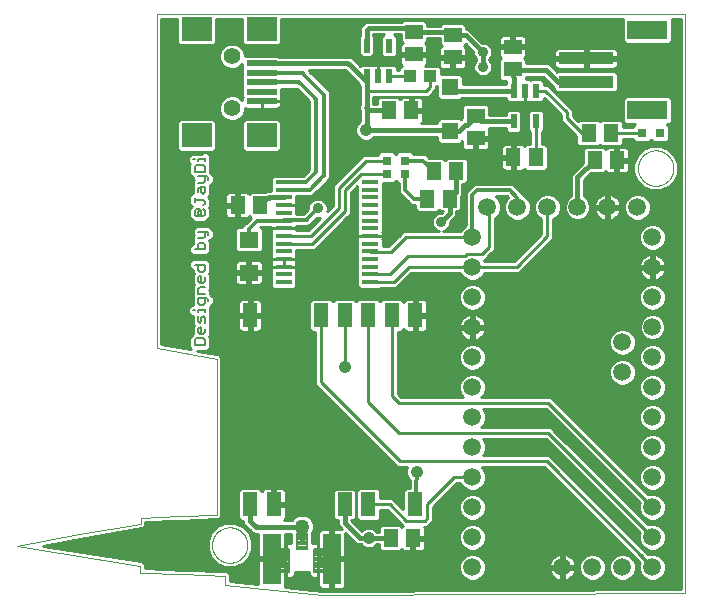
<source format=gtl>
G75*
%MOIN*%
%OFA0B0*%
%FSLAX25Y25*%
%IPPOS*%
%LPD*%
%AMOC8*
5,1,8,0,0,1.08239X$1,22.5*
%
%ADD10C,0.00000*%
%ADD11C,0.00600*%
%ADD12R,0.05118X0.05906*%
%ADD13R,0.06299X0.05512*%
%ADD14R,0.03150X0.03150*%
%ADD15C,0.05937*%
%ADD16R,0.05500X0.01370*%
%ADD17C,0.05543*%
%ADD18R,0.09843X0.01969*%
%ADD19R,0.09843X0.07874*%
%ADD20R,0.02165X0.04724*%
%ADD21R,0.05906X0.05118*%
%ADD22R,0.18110X0.03937*%
%ADD23R,0.13386X0.06299*%
%ADD24R,0.05000X0.07874*%
%ADD25R,0.05512X0.05512*%
%ADD26R,0.04331X0.03937*%
%ADD27C,0.00800*%
%ADD28C,0.05000*%
%ADD29R,0.06000X0.17000*%
%ADD30C,0.01600*%
%ADD31C,0.01000*%
%ADD32C,0.04724*%
%ADD33C,0.01200*%
%ADD34C,0.04134*%
%ADD35C,0.03562*%
D10*
X0004557Y0022435D02*
X0025391Y0026394D01*
X0045891Y0030019D01*
X0045960Y0031852D01*
X0046030Y0032019D01*
X0058794Y0032505D01*
X0071224Y0032991D01*
X0071200Y0032985D02*
X0071225Y0058990D01*
X0071224Y0058963D02*
X0071224Y0084935D01*
X0051224Y0088685D01*
X0051224Y0199797D01*
X0227474Y0199797D01*
X0227474Y0006741D01*
X0166919Y0006394D01*
X0106363Y0006047D01*
X0074002Y0009419D01*
X0074002Y0012574D01*
X0059905Y0013130D01*
X0045807Y0013685D01*
X0045807Y0015908D01*
X0004557Y0022435D01*
X0069653Y0022850D02*
X0069655Y0023003D01*
X0069661Y0023157D01*
X0069671Y0023310D01*
X0069685Y0023462D01*
X0069703Y0023615D01*
X0069725Y0023766D01*
X0069750Y0023917D01*
X0069780Y0024068D01*
X0069814Y0024218D01*
X0069851Y0024366D01*
X0069892Y0024514D01*
X0069937Y0024660D01*
X0069986Y0024806D01*
X0070039Y0024950D01*
X0070095Y0025092D01*
X0070155Y0025233D01*
X0070219Y0025373D01*
X0070286Y0025511D01*
X0070357Y0025647D01*
X0070432Y0025781D01*
X0070509Y0025913D01*
X0070591Y0026043D01*
X0070675Y0026171D01*
X0070763Y0026297D01*
X0070854Y0026420D01*
X0070948Y0026541D01*
X0071046Y0026659D01*
X0071146Y0026775D01*
X0071250Y0026888D01*
X0071356Y0026999D01*
X0071465Y0027107D01*
X0071577Y0027212D01*
X0071691Y0027313D01*
X0071809Y0027412D01*
X0071928Y0027508D01*
X0072050Y0027601D01*
X0072175Y0027690D01*
X0072302Y0027777D01*
X0072431Y0027859D01*
X0072562Y0027939D01*
X0072695Y0028015D01*
X0072830Y0028088D01*
X0072967Y0028157D01*
X0073106Y0028222D01*
X0073246Y0028284D01*
X0073388Y0028342D01*
X0073531Y0028397D01*
X0073676Y0028448D01*
X0073822Y0028495D01*
X0073969Y0028538D01*
X0074117Y0028577D01*
X0074266Y0028613D01*
X0074416Y0028644D01*
X0074567Y0028672D01*
X0074718Y0028696D01*
X0074871Y0028716D01*
X0075023Y0028732D01*
X0075176Y0028744D01*
X0075329Y0028752D01*
X0075482Y0028756D01*
X0075636Y0028756D01*
X0075789Y0028752D01*
X0075942Y0028744D01*
X0076095Y0028732D01*
X0076247Y0028716D01*
X0076400Y0028696D01*
X0076551Y0028672D01*
X0076702Y0028644D01*
X0076852Y0028613D01*
X0077001Y0028577D01*
X0077149Y0028538D01*
X0077296Y0028495D01*
X0077442Y0028448D01*
X0077587Y0028397D01*
X0077730Y0028342D01*
X0077872Y0028284D01*
X0078012Y0028222D01*
X0078151Y0028157D01*
X0078288Y0028088D01*
X0078423Y0028015D01*
X0078556Y0027939D01*
X0078687Y0027859D01*
X0078816Y0027777D01*
X0078943Y0027690D01*
X0079068Y0027601D01*
X0079190Y0027508D01*
X0079309Y0027412D01*
X0079427Y0027313D01*
X0079541Y0027212D01*
X0079653Y0027107D01*
X0079762Y0026999D01*
X0079868Y0026888D01*
X0079972Y0026775D01*
X0080072Y0026659D01*
X0080170Y0026541D01*
X0080264Y0026420D01*
X0080355Y0026297D01*
X0080443Y0026171D01*
X0080527Y0026043D01*
X0080609Y0025913D01*
X0080686Y0025781D01*
X0080761Y0025647D01*
X0080832Y0025511D01*
X0080899Y0025373D01*
X0080963Y0025233D01*
X0081023Y0025092D01*
X0081079Y0024950D01*
X0081132Y0024806D01*
X0081181Y0024660D01*
X0081226Y0024514D01*
X0081267Y0024366D01*
X0081304Y0024218D01*
X0081338Y0024068D01*
X0081368Y0023917D01*
X0081393Y0023766D01*
X0081415Y0023615D01*
X0081433Y0023462D01*
X0081447Y0023310D01*
X0081457Y0023157D01*
X0081463Y0023003D01*
X0081465Y0022850D01*
X0081463Y0022697D01*
X0081457Y0022543D01*
X0081447Y0022390D01*
X0081433Y0022238D01*
X0081415Y0022085D01*
X0081393Y0021934D01*
X0081368Y0021783D01*
X0081338Y0021632D01*
X0081304Y0021482D01*
X0081267Y0021334D01*
X0081226Y0021186D01*
X0081181Y0021040D01*
X0081132Y0020894D01*
X0081079Y0020750D01*
X0081023Y0020608D01*
X0080963Y0020467D01*
X0080899Y0020327D01*
X0080832Y0020189D01*
X0080761Y0020053D01*
X0080686Y0019919D01*
X0080609Y0019787D01*
X0080527Y0019657D01*
X0080443Y0019529D01*
X0080355Y0019403D01*
X0080264Y0019280D01*
X0080170Y0019159D01*
X0080072Y0019041D01*
X0079972Y0018925D01*
X0079868Y0018812D01*
X0079762Y0018701D01*
X0079653Y0018593D01*
X0079541Y0018488D01*
X0079427Y0018387D01*
X0079309Y0018288D01*
X0079190Y0018192D01*
X0079068Y0018099D01*
X0078943Y0018010D01*
X0078816Y0017923D01*
X0078687Y0017841D01*
X0078556Y0017761D01*
X0078423Y0017685D01*
X0078288Y0017612D01*
X0078151Y0017543D01*
X0078012Y0017478D01*
X0077872Y0017416D01*
X0077730Y0017358D01*
X0077587Y0017303D01*
X0077442Y0017252D01*
X0077296Y0017205D01*
X0077149Y0017162D01*
X0077001Y0017123D01*
X0076852Y0017087D01*
X0076702Y0017056D01*
X0076551Y0017028D01*
X0076400Y0017004D01*
X0076247Y0016984D01*
X0076095Y0016968D01*
X0075942Y0016956D01*
X0075789Y0016948D01*
X0075636Y0016944D01*
X0075482Y0016944D01*
X0075329Y0016948D01*
X0075176Y0016956D01*
X0075023Y0016968D01*
X0074871Y0016984D01*
X0074718Y0017004D01*
X0074567Y0017028D01*
X0074416Y0017056D01*
X0074266Y0017087D01*
X0074117Y0017123D01*
X0073969Y0017162D01*
X0073822Y0017205D01*
X0073676Y0017252D01*
X0073531Y0017303D01*
X0073388Y0017358D01*
X0073246Y0017416D01*
X0073106Y0017478D01*
X0072967Y0017543D01*
X0072830Y0017612D01*
X0072695Y0017685D01*
X0072562Y0017761D01*
X0072431Y0017841D01*
X0072302Y0017923D01*
X0072175Y0018010D01*
X0072050Y0018099D01*
X0071928Y0018192D01*
X0071809Y0018288D01*
X0071691Y0018387D01*
X0071577Y0018488D01*
X0071465Y0018593D01*
X0071356Y0018701D01*
X0071250Y0018812D01*
X0071146Y0018925D01*
X0071046Y0019041D01*
X0070948Y0019159D01*
X0070854Y0019280D01*
X0070763Y0019403D01*
X0070675Y0019529D01*
X0070591Y0019657D01*
X0070509Y0019787D01*
X0070432Y0019919D01*
X0070357Y0020053D01*
X0070286Y0020189D01*
X0070219Y0020327D01*
X0070155Y0020467D01*
X0070095Y0020608D01*
X0070039Y0020750D01*
X0069986Y0020894D01*
X0069937Y0021040D01*
X0069892Y0021186D01*
X0069851Y0021334D01*
X0069814Y0021482D01*
X0069780Y0021632D01*
X0069750Y0021783D01*
X0069725Y0021934D01*
X0069703Y0022085D01*
X0069685Y0022238D01*
X0069671Y0022390D01*
X0069661Y0022543D01*
X0069655Y0022697D01*
X0069653Y0022850D01*
X0211639Y0148504D02*
X0211641Y0148657D01*
X0211647Y0148811D01*
X0211657Y0148964D01*
X0211671Y0149116D01*
X0211689Y0149269D01*
X0211711Y0149420D01*
X0211736Y0149571D01*
X0211766Y0149722D01*
X0211800Y0149872D01*
X0211837Y0150020D01*
X0211878Y0150168D01*
X0211923Y0150314D01*
X0211972Y0150460D01*
X0212025Y0150604D01*
X0212081Y0150746D01*
X0212141Y0150887D01*
X0212205Y0151027D01*
X0212272Y0151165D01*
X0212343Y0151301D01*
X0212418Y0151435D01*
X0212495Y0151567D01*
X0212577Y0151697D01*
X0212661Y0151825D01*
X0212749Y0151951D01*
X0212840Y0152074D01*
X0212934Y0152195D01*
X0213032Y0152313D01*
X0213132Y0152429D01*
X0213236Y0152542D01*
X0213342Y0152653D01*
X0213451Y0152761D01*
X0213563Y0152866D01*
X0213677Y0152967D01*
X0213795Y0153066D01*
X0213914Y0153162D01*
X0214036Y0153255D01*
X0214161Y0153344D01*
X0214288Y0153431D01*
X0214417Y0153513D01*
X0214548Y0153593D01*
X0214681Y0153669D01*
X0214816Y0153742D01*
X0214953Y0153811D01*
X0215092Y0153876D01*
X0215232Y0153938D01*
X0215374Y0153996D01*
X0215517Y0154051D01*
X0215662Y0154102D01*
X0215808Y0154149D01*
X0215955Y0154192D01*
X0216103Y0154231D01*
X0216252Y0154267D01*
X0216402Y0154298D01*
X0216553Y0154326D01*
X0216704Y0154350D01*
X0216857Y0154370D01*
X0217009Y0154386D01*
X0217162Y0154398D01*
X0217315Y0154406D01*
X0217468Y0154410D01*
X0217622Y0154410D01*
X0217775Y0154406D01*
X0217928Y0154398D01*
X0218081Y0154386D01*
X0218233Y0154370D01*
X0218386Y0154350D01*
X0218537Y0154326D01*
X0218688Y0154298D01*
X0218838Y0154267D01*
X0218987Y0154231D01*
X0219135Y0154192D01*
X0219282Y0154149D01*
X0219428Y0154102D01*
X0219573Y0154051D01*
X0219716Y0153996D01*
X0219858Y0153938D01*
X0219998Y0153876D01*
X0220137Y0153811D01*
X0220274Y0153742D01*
X0220409Y0153669D01*
X0220542Y0153593D01*
X0220673Y0153513D01*
X0220802Y0153431D01*
X0220929Y0153344D01*
X0221054Y0153255D01*
X0221176Y0153162D01*
X0221295Y0153066D01*
X0221413Y0152967D01*
X0221527Y0152866D01*
X0221639Y0152761D01*
X0221748Y0152653D01*
X0221854Y0152542D01*
X0221958Y0152429D01*
X0222058Y0152313D01*
X0222156Y0152195D01*
X0222250Y0152074D01*
X0222341Y0151951D01*
X0222429Y0151825D01*
X0222513Y0151697D01*
X0222595Y0151567D01*
X0222672Y0151435D01*
X0222747Y0151301D01*
X0222818Y0151165D01*
X0222885Y0151027D01*
X0222949Y0150887D01*
X0223009Y0150746D01*
X0223065Y0150604D01*
X0223118Y0150460D01*
X0223167Y0150314D01*
X0223212Y0150168D01*
X0223253Y0150020D01*
X0223290Y0149872D01*
X0223324Y0149722D01*
X0223354Y0149571D01*
X0223379Y0149420D01*
X0223401Y0149269D01*
X0223419Y0149116D01*
X0223433Y0148964D01*
X0223443Y0148811D01*
X0223449Y0148657D01*
X0223451Y0148504D01*
X0223449Y0148351D01*
X0223443Y0148197D01*
X0223433Y0148044D01*
X0223419Y0147892D01*
X0223401Y0147739D01*
X0223379Y0147588D01*
X0223354Y0147437D01*
X0223324Y0147286D01*
X0223290Y0147136D01*
X0223253Y0146988D01*
X0223212Y0146840D01*
X0223167Y0146694D01*
X0223118Y0146548D01*
X0223065Y0146404D01*
X0223009Y0146262D01*
X0222949Y0146121D01*
X0222885Y0145981D01*
X0222818Y0145843D01*
X0222747Y0145707D01*
X0222672Y0145573D01*
X0222595Y0145441D01*
X0222513Y0145311D01*
X0222429Y0145183D01*
X0222341Y0145057D01*
X0222250Y0144934D01*
X0222156Y0144813D01*
X0222058Y0144695D01*
X0221958Y0144579D01*
X0221854Y0144466D01*
X0221748Y0144355D01*
X0221639Y0144247D01*
X0221527Y0144142D01*
X0221413Y0144041D01*
X0221295Y0143942D01*
X0221176Y0143846D01*
X0221054Y0143753D01*
X0220929Y0143664D01*
X0220802Y0143577D01*
X0220673Y0143495D01*
X0220542Y0143415D01*
X0220409Y0143339D01*
X0220274Y0143266D01*
X0220137Y0143197D01*
X0219998Y0143132D01*
X0219858Y0143070D01*
X0219716Y0143012D01*
X0219573Y0142957D01*
X0219428Y0142906D01*
X0219282Y0142859D01*
X0219135Y0142816D01*
X0218987Y0142777D01*
X0218838Y0142741D01*
X0218688Y0142710D01*
X0218537Y0142682D01*
X0218386Y0142658D01*
X0218233Y0142638D01*
X0218081Y0142622D01*
X0217928Y0142610D01*
X0217775Y0142602D01*
X0217622Y0142598D01*
X0217468Y0142598D01*
X0217315Y0142602D01*
X0217162Y0142610D01*
X0217009Y0142622D01*
X0216857Y0142638D01*
X0216704Y0142658D01*
X0216553Y0142682D01*
X0216402Y0142710D01*
X0216252Y0142741D01*
X0216103Y0142777D01*
X0215955Y0142816D01*
X0215808Y0142859D01*
X0215662Y0142906D01*
X0215517Y0142957D01*
X0215374Y0143012D01*
X0215232Y0143070D01*
X0215092Y0143132D01*
X0214953Y0143197D01*
X0214816Y0143266D01*
X0214681Y0143339D01*
X0214548Y0143415D01*
X0214417Y0143495D01*
X0214288Y0143577D01*
X0214161Y0143664D01*
X0214036Y0143753D01*
X0213914Y0143846D01*
X0213795Y0143942D01*
X0213677Y0144041D01*
X0213563Y0144142D01*
X0213451Y0144247D01*
X0213342Y0144355D01*
X0213236Y0144466D01*
X0213132Y0144579D01*
X0213032Y0144695D01*
X0212934Y0144813D01*
X0212840Y0144934D01*
X0212749Y0145057D01*
X0212661Y0145183D01*
X0212577Y0145311D01*
X0212495Y0145441D01*
X0212418Y0145573D01*
X0212343Y0145707D01*
X0212272Y0145843D01*
X0212205Y0145981D01*
X0212141Y0146121D01*
X0212081Y0146262D01*
X0212025Y0146404D01*
X0211972Y0146548D01*
X0211923Y0146694D01*
X0211878Y0146840D01*
X0211837Y0146988D01*
X0211800Y0147136D01*
X0211766Y0147286D01*
X0211736Y0147437D01*
X0211711Y0147588D01*
X0211689Y0147739D01*
X0211671Y0147892D01*
X0211657Y0148044D01*
X0211647Y0148197D01*
X0211641Y0148351D01*
X0211639Y0148504D01*
D11*
X0068394Y0145198D02*
X0068394Y0144630D01*
X0068394Y0145198D02*
X0067827Y0145765D01*
X0064991Y0145765D01*
X0063857Y0147179D02*
X0063857Y0148881D01*
X0064424Y0149448D01*
X0066693Y0149448D01*
X0067260Y0148881D01*
X0067260Y0147179D01*
X0063857Y0147179D01*
X0067260Y0145765D02*
X0067260Y0144063D01*
X0066693Y0143496D01*
X0064991Y0143496D01*
X0065559Y0142082D02*
X0067260Y0142082D01*
X0067260Y0140380D01*
X0066693Y0139813D01*
X0066126Y0140380D01*
X0066126Y0142082D01*
X0065559Y0142082D02*
X0064991Y0141514D01*
X0064991Y0140380D01*
X0063857Y0138398D02*
X0063857Y0137264D01*
X0063857Y0137831D02*
X0066693Y0137831D01*
X0067260Y0137264D01*
X0067260Y0136697D01*
X0066693Y0136130D01*
X0066693Y0134715D02*
X0067260Y0134148D01*
X0067260Y0133014D01*
X0066693Y0132447D01*
X0064424Y0132447D01*
X0063857Y0133014D01*
X0063857Y0134148D01*
X0064424Y0134715D01*
X0065559Y0134715D01*
X0066126Y0134148D01*
X0064991Y0134148D01*
X0064991Y0133014D01*
X0066126Y0133014D01*
X0066126Y0134148D01*
X0067260Y0127349D02*
X0067260Y0125647D01*
X0066693Y0125080D01*
X0064991Y0125080D01*
X0065559Y0123666D02*
X0064991Y0123099D01*
X0064991Y0121397D01*
X0063857Y0121397D02*
X0067260Y0121397D01*
X0067260Y0123099D01*
X0066693Y0123666D01*
X0065559Y0123666D01*
X0068394Y0126215D02*
X0068394Y0126782D01*
X0067827Y0127349D01*
X0064991Y0127349D01*
X0064991Y0116300D02*
X0064991Y0114598D01*
X0065559Y0114031D01*
X0066693Y0114031D01*
X0067260Y0114598D01*
X0067260Y0116300D01*
X0063857Y0116300D01*
X0065559Y0112616D02*
X0066126Y0112616D01*
X0066126Y0110348D01*
X0066693Y0110348D02*
X0065559Y0110348D01*
X0064991Y0110915D01*
X0064991Y0112049D01*
X0065559Y0112616D01*
X0067260Y0112049D02*
X0067260Y0110915D01*
X0066693Y0110348D01*
X0067260Y0108933D02*
X0065559Y0108933D01*
X0064991Y0108366D01*
X0064991Y0106665D01*
X0067260Y0106665D01*
X0067260Y0105250D02*
X0067260Y0103549D01*
X0066693Y0102981D01*
X0065559Y0102981D01*
X0064991Y0103549D01*
X0064991Y0105250D01*
X0067827Y0105250D01*
X0068394Y0104683D01*
X0068394Y0104116D01*
X0067260Y0101660D02*
X0067260Y0100526D01*
X0067260Y0101093D02*
X0064991Y0101093D01*
X0064991Y0100526D01*
X0063857Y0101093D02*
X0063290Y0101093D01*
X0064991Y0099112D02*
X0064991Y0097410D01*
X0065559Y0096843D01*
X0066126Y0097410D01*
X0066126Y0098544D01*
X0066693Y0099112D01*
X0067260Y0098544D01*
X0067260Y0096843D01*
X0066126Y0095428D02*
X0066126Y0093160D01*
X0066693Y0093160D02*
X0065559Y0093160D01*
X0064991Y0093727D01*
X0064991Y0094861D01*
X0065559Y0095428D01*
X0066126Y0095428D01*
X0067260Y0094861D02*
X0067260Y0093727D01*
X0066693Y0093160D01*
X0066693Y0091745D02*
X0064424Y0091745D01*
X0063857Y0091178D01*
X0063857Y0089477D01*
X0067260Y0089477D01*
X0067260Y0091178D01*
X0066693Y0091745D01*
X0067260Y0150862D02*
X0067260Y0151997D01*
X0067260Y0151430D02*
X0064991Y0151430D01*
X0064991Y0150862D01*
X0063857Y0151430D02*
X0063290Y0151430D01*
D12*
X0078160Y0136185D03*
X0085640Y0136185D03*
X0128551Y0167724D03*
X0136031Y0167724D03*
X0143537Y0147568D03*
X0151017Y0147568D03*
X0148818Y0138356D03*
X0141337Y0138356D03*
X0170060Y0152085D03*
X0177540Y0152085D03*
X0195160Y0160185D03*
X0202640Y0160185D03*
X0204640Y0151185D03*
X0197160Y0151185D03*
X0136640Y0025185D03*
X0129160Y0025185D03*
D13*
X0081900Y0113674D03*
X0081900Y0124697D03*
D14*
X0128147Y0146585D03*
X0127947Y0150985D03*
X0133853Y0150985D03*
X0134053Y0146585D03*
X0212947Y0160185D03*
X0218853Y0160185D03*
D15*
X0211449Y0135500D03*
X0201449Y0135500D03*
X0191449Y0135500D03*
X0181449Y0135500D03*
X0171449Y0135500D03*
X0161449Y0135500D03*
X0156449Y0125500D03*
X0156449Y0115500D03*
X0156449Y0105500D03*
X0156449Y0095500D03*
X0156449Y0085500D03*
X0156449Y0075500D03*
X0156449Y0065500D03*
X0156449Y0055500D03*
X0156449Y0045500D03*
X0156449Y0035500D03*
X0156449Y0025500D03*
X0156449Y0015500D03*
X0186449Y0015500D03*
X0196449Y0015500D03*
X0206449Y0015500D03*
X0216449Y0015500D03*
X0216449Y0025500D03*
X0216449Y0035500D03*
X0216449Y0045500D03*
X0216449Y0055500D03*
X0216449Y0065500D03*
X0216449Y0075500D03*
X0206449Y0080500D03*
X0216449Y0085500D03*
X0206449Y0090500D03*
X0216449Y0095500D03*
X0216449Y0105500D03*
X0216449Y0115500D03*
X0216449Y0125500D03*
D16*
X0122294Y0125906D03*
X0122294Y0123347D03*
X0122294Y0120788D03*
X0122294Y0118229D03*
X0122294Y0115670D03*
X0122294Y0113111D03*
X0122294Y0110552D03*
X0122294Y0128465D03*
X0122294Y0131024D03*
X0122294Y0133583D03*
X0122294Y0136142D03*
X0122294Y0138701D03*
X0122294Y0141260D03*
X0122294Y0143819D03*
X0093506Y0143819D03*
X0093506Y0141260D03*
X0093506Y0138701D03*
X0093506Y0136142D03*
X0093506Y0133583D03*
X0093506Y0131024D03*
X0093506Y0128465D03*
X0093506Y0125906D03*
X0093506Y0123347D03*
X0093506Y0120788D03*
X0093506Y0118229D03*
X0093506Y0115670D03*
X0093506Y0113111D03*
X0093506Y0110552D03*
D17*
X0076371Y0168432D03*
X0076371Y0185755D03*
D18*
X0086213Y0183393D03*
X0086213Y0180243D03*
X0086213Y0177094D03*
X0086213Y0173944D03*
X0086213Y0170795D03*
D19*
X0086213Y0159377D03*
X0064560Y0159377D03*
X0064560Y0194810D03*
X0086213Y0194810D03*
D20*
X0121160Y0189304D03*
X0128640Y0189304D03*
X0128640Y0179067D03*
X0124900Y0179067D03*
X0121160Y0179067D03*
X0170160Y0174304D03*
X0173900Y0174304D03*
X0177640Y0174304D03*
X0177640Y0164067D03*
X0170160Y0164067D03*
D21*
X0157585Y0165926D03*
X0157585Y0158445D03*
X0169900Y0181445D03*
X0169900Y0188926D03*
X0149900Y0185445D03*
X0149900Y0192926D03*
X0136900Y0193926D03*
X0136900Y0186445D03*
D22*
X0194333Y0185122D03*
X0194333Y0177248D03*
D23*
X0214806Y0167800D03*
X0214806Y0194571D03*
D24*
X0137459Y0099431D03*
X0129585Y0099461D03*
X0121711Y0099439D03*
X0113885Y0099461D03*
X0105963Y0099431D03*
X0082341Y0099461D03*
X0082341Y0036439D03*
X0090215Y0036439D03*
X0113837Y0036439D03*
X0121711Y0036439D03*
X0137459Y0036431D03*
D25*
X0148900Y0160902D03*
X0148900Y0175469D03*
D26*
X0142246Y0179185D03*
X0135554Y0179185D03*
D27*
X0101200Y0026714D02*
X0101200Y0021514D01*
X0098000Y0021514D01*
X0098000Y0026714D01*
X0101200Y0026714D01*
X0101200Y0022313D02*
X0098000Y0022313D01*
X0098000Y0023112D02*
X0101200Y0023112D01*
X0101200Y0023911D02*
X0098000Y0023911D01*
X0098000Y0024710D02*
X0101200Y0024710D01*
X0101200Y0025509D02*
X0098000Y0025509D01*
X0098000Y0026308D02*
X0101200Y0026308D01*
X0106988Y0021665D02*
X0106988Y0013805D01*
X0103788Y0013805D01*
X0103788Y0021665D01*
X0106988Y0021665D01*
X0106988Y0014604D02*
X0103788Y0014604D01*
X0103788Y0015403D02*
X0106988Y0015403D01*
X0106988Y0016202D02*
X0103788Y0016202D01*
X0103788Y0017001D02*
X0106988Y0017001D01*
X0106988Y0017800D02*
X0103788Y0017800D01*
X0103788Y0018599D02*
X0106988Y0018599D01*
X0106988Y0019398D02*
X0103788Y0019398D01*
X0103788Y0020197D02*
X0106988Y0020197D01*
X0106988Y0020996D02*
X0103788Y0020996D01*
X0095412Y0021665D02*
X0095412Y0013805D01*
X0092212Y0013805D01*
X0092212Y0021665D01*
X0095412Y0021665D01*
X0095412Y0014604D02*
X0092212Y0014604D01*
X0092212Y0015403D02*
X0095412Y0015403D01*
X0095412Y0016202D02*
X0092212Y0016202D01*
X0092212Y0017001D02*
X0095412Y0017001D01*
X0095412Y0017800D02*
X0092212Y0017800D01*
X0092212Y0018599D02*
X0095412Y0018599D01*
X0095412Y0019398D02*
X0092212Y0019398D01*
X0092212Y0020197D02*
X0095412Y0020197D01*
X0095412Y0020996D02*
X0092212Y0020996D01*
D28*
X0099600Y0028985D03*
D29*
X0089600Y0018235D03*
X0109600Y0018235D03*
D30*
X0111100Y0018735D01*
X0105388Y0017735D01*
X0099600Y0024114D02*
X0099600Y0028985D01*
X0084614Y0028985D01*
X0083907Y0029278D02*
X0082300Y0030885D01*
X0082300Y0036340D01*
X0082341Y0036439D02*
X0082900Y0035880D01*
X0082300Y0036340D02*
X0082302Y0036362D01*
X0082307Y0036383D01*
X0082315Y0036404D01*
X0082327Y0036422D01*
X0082341Y0036439D01*
X0083907Y0029278D02*
X0083951Y0029236D01*
X0083997Y0029198D01*
X0084046Y0029162D01*
X0084097Y0029129D01*
X0084149Y0029100D01*
X0084204Y0029073D01*
X0084259Y0029050D01*
X0084316Y0029030D01*
X0084375Y0029014D01*
X0084434Y0029001D01*
X0084493Y0028992D01*
X0084554Y0028987D01*
X0084614Y0028985D01*
X0089600Y0018235D02*
X0092100Y0018735D01*
X0093812Y0017735D01*
X0098600Y0028985D02*
X0099600Y0028985D01*
X0113837Y0030248D02*
X0118900Y0025185D01*
X0121900Y0025185D01*
X0129160Y0025185D01*
X0113837Y0030248D02*
X0113837Y0036439D01*
X0145900Y0130485D02*
X0146000Y0130585D01*
X0145900Y0130485D01*
X0146000Y0130585D02*
X0148818Y0133403D01*
X0148818Y0138356D01*
X0151017Y0140555D01*
X0151017Y0147568D01*
X0151984Y0160902D02*
X0148900Y0160902D01*
X0148617Y0161185D01*
X0120900Y0161185D01*
X0121160Y0161445D01*
X0121160Y0167186D01*
X0121698Y0167724D01*
X0128551Y0167724D01*
X0121160Y0167186D02*
X0121160Y0168926D01*
X0121160Y0174185D01*
X0121160Y0177233D01*
X0115293Y0183100D01*
X0114585Y0183393D02*
X0086213Y0183393D01*
X0114585Y0183393D02*
X0114645Y0183391D01*
X0114706Y0183386D01*
X0114765Y0183377D01*
X0114824Y0183364D01*
X0114883Y0183348D01*
X0114940Y0183328D01*
X0114995Y0183305D01*
X0115050Y0183278D01*
X0115102Y0183249D01*
X0115153Y0183216D01*
X0115202Y0183180D01*
X0115248Y0183142D01*
X0115292Y0183100D01*
X0121034Y0179193D02*
X0121160Y0179067D01*
X0121160Y0177233D01*
X0121160Y0189304D02*
X0121160Y0194445D01*
X0121900Y0195185D01*
X0136640Y0195185D01*
X0136900Y0193926D01*
X0148900Y0193926D01*
X0149900Y0192926D01*
X0154160Y0192926D01*
X0159900Y0187185D01*
X0159900Y0182185D01*
X0169900Y0181445D02*
X0169976Y0180451D01*
X0170711Y0181185D01*
X0180900Y0181185D01*
X0184837Y0177248D01*
X0194333Y0177248D01*
X0170160Y0177099D02*
X0170160Y0174304D01*
X0150065Y0174304D01*
X0148900Y0175469D01*
X0157585Y0165926D02*
X0157585Y0165892D01*
X0154498Y0162804D01*
X0153887Y0162804D01*
X0151984Y0160902D01*
X0157585Y0165892D02*
X0159410Y0164067D01*
X0170160Y0164067D01*
X0170160Y0177099D02*
X0169976Y0180451D01*
X0197160Y0151185D02*
X0191449Y0145475D01*
X0191449Y0135500D01*
X0196160Y0150185D02*
X0197160Y0151185D01*
X0093506Y0138701D02*
X0088570Y0138701D01*
X0087863Y0138408D02*
X0085640Y0136185D01*
X0087863Y0138408D02*
X0087907Y0138450D01*
X0087953Y0138488D01*
X0088002Y0138524D01*
X0088053Y0138557D01*
X0088105Y0138586D01*
X0088160Y0138613D01*
X0088215Y0138636D01*
X0088272Y0138656D01*
X0088331Y0138672D01*
X0088390Y0138685D01*
X0088449Y0138694D01*
X0088510Y0138699D01*
X0088570Y0138701D01*
D31*
X0087517Y0140628D02*
X0087697Y0140808D01*
X0089256Y0140808D01*
X0089256Y0145126D01*
X0090135Y0146004D01*
X0096878Y0146004D01*
X0096963Y0145919D01*
X0100064Y0145919D01*
X0102100Y0147955D01*
X0102100Y0170816D01*
X0097922Y0174994D01*
X0092635Y0174994D01*
X0092635Y0172339D01*
X0092558Y0172262D01*
X0092635Y0171976D01*
X0092635Y0170795D01*
X0086214Y0170795D01*
X0086214Y0170795D01*
X0092635Y0170795D01*
X0092635Y0169613D01*
X0092533Y0169231D01*
X0092335Y0168889D01*
X0092056Y0168610D01*
X0091714Y0168413D01*
X0091332Y0168310D01*
X0086214Y0168310D01*
X0086214Y0170795D01*
X0086213Y0170795D01*
X0086213Y0168310D01*
X0081095Y0168310D01*
X0080713Y0168413D01*
X0080643Y0168453D01*
X0080643Y0167583D01*
X0079992Y0166013D01*
X0078791Y0164811D01*
X0077221Y0164161D01*
X0075521Y0164161D01*
X0073951Y0164811D01*
X0072750Y0166013D01*
X0072099Y0167583D01*
X0072099Y0169282D01*
X0072750Y0170852D01*
X0073951Y0172054D01*
X0075521Y0172704D01*
X0077221Y0172704D01*
X0078791Y0172054D01*
X0079792Y0171052D01*
X0079792Y0171976D01*
X0079869Y0172262D01*
X0079792Y0172339D01*
X0079792Y0183136D01*
X0078791Y0182134D01*
X0077221Y0181484D01*
X0075521Y0181484D01*
X0073951Y0182134D01*
X0072750Y0183336D01*
X0072099Y0184906D01*
X0072099Y0186605D01*
X0072750Y0188175D01*
X0073951Y0189377D01*
X0075521Y0190027D01*
X0077221Y0190027D01*
X0078791Y0189377D01*
X0079992Y0188175D01*
X0080643Y0186605D01*
X0080643Y0185849D01*
X0080671Y0185877D01*
X0091756Y0185877D01*
X0091940Y0185693D01*
X0115538Y0185693D01*
X0115748Y0185484D01*
X0115949Y0185400D01*
X0116245Y0185400D01*
X0116455Y0185191D01*
X0116455Y0185191D01*
X0116919Y0184727D01*
X0117593Y0184053D01*
X0117593Y0184053D01*
X0119086Y0182559D01*
X0119456Y0182929D01*
X0122864Y0182929D01*
X0123066Y0182727D01*
X0123238Y0182827D01*
X0123620Y0182929D01*
X0124859Y0182929D01*
X0124859Y0179108D01*
X0124941Y0179108D01*
X0124941Y0182929D01*
X0126180Y0182929D01*
X0126562Y0182827D01*
X0126734Y0182727D01*
X0126936Y0182929D01*
X0130344Y0182929D01*
X0131223Y0182050D01*
X0131223Y0181185D01*
X0131888Y0181185D01*
X0131888Y0181775D01*
X0132767Y0182654D01*
X0133082Y0182654D01*
X0133026Y0182686D01*
X0132747Y0182965D01*
X0132549Y0183307D01*
X0132447Y0183689D01*
X0132447Y0185945D01*
X0136400Y0185945D01*
X0136400Y0186945D01*
X0132447Y0186945D01*
X0132447Y0189202D01*
X0132549Y0189583D01*
X0132747Y0189925D01*
X0133026Y0190205D01*
X0133175Y0190290D01*
X0132640Y0190825D01*
X0132640Y0193078D01*
X0130432Y0193078D01*
X0131223Y0192287D01*
X0131223Y0186320D01*
X0130344Y0185442D01*
X0126936Y0185442D01*
X0126057Y0186320D01*
X0126057Y0192287D01*
X0126848Y0193078D01*
X0123267Y0193078D01*
X0123267Y0192490D01*
X0123550Y0192208D01*
X0123550Y0186400D01*
X0122784Y0185635D01*
X0119536Y0185635D01*
X0118770Y0186400D01*
X0118770Y0192208D01*
X0119053Y0192490D01*
X0119053Y0195318D01*
X0119793Y0196058D01*
X0121027Y0197292D01*
X0132907Y0197292D01*
X0133406Y0197792D01*
X0140394Y0197792D01*
X0141160Y0197026D01*
X0141160Y0196033D01*
X0145647Y0196033D01*
X0146406Y0196792D01*
X0153394Y0196792D01*
X0154160Y0196026D01*
X0154160Y0195033D01*
X0155033Y0195033D01*
X0159792Y0190274D01*
X0160514Y0190274D01*
X0161649Y0189803D01*
X0162518Y0188935D01*
X0162988Y0187800D01*
X0162988Y0186571D01*
X0162518Y0185436D01*
X0162007Y0184925D01*
X0162007Y0184446D01*
X0162518Y0183935D01*
X0162988Y0182800D01*
X0162988Y0181571D01*
X0162518Y0180436D01*
X0161649Y0179567D01*
X0160514Y0179097D01*
X0159286Y0179097D01*
X0158151Y0179567D01*
X0157282Y0180436D01*
X0156812Y0181571D01*
X0156812Y0182800D01*
X0157282Y0183935D01*
X0157793Y0184446D01*
X0157793Y0184925D01*
X0157282Y0185436D01*
X0156812Y0186571D01*
X0156812Y0187294D01*
X0154160Y0189946D01*
X0154160Y0189825D01*
X0153625Y0189290D01*
X0153774Y0189205D01*
X0154053Y0188925D01*
X0154251Y0188583D01*
X0154353Y0188202D01*
X0154353Y0185945D01*
X0150400Y0185945D01*
X0150400Y0184945D01*
X0150400Y0181386D01*
X0153050Y0181386D01*
X0153432Y0181488D01*
X0153774Y0181686D01*
X0154053Y0181965D01*
X0154251Y0182307D01*
X0154353Y0182689D01*
X0154353Y0184945D01*
X0150400Y0184945D01*
X0149400Y0184945D01*
X0149400Y0181386D01*
X0146750Y0181386D01*
X0146368Y0181488D01*
X0146026Y0181686D01*
X0145747Y0181965D01*
X0145549Y0182307D01*
X0145447Y0182689D01*
X0145447Y0184945D01*
X0149400Y0184945D01*
X0149400Y0185945D01*
X0145447Y0185945D01*
X0145447Y0188202D01*
X0145549Y0188583D01*
X0145747Y0188925D01*
X0146026Y0189205D01*
X0146175Y0189290D01*
X0145640Y0189825D01*
X0145640Y0191818D01*
X0141160Y0191818D01*
X0141160Y0190825D01*
X0140625Y0190290D01*
X0140774Y0190205D01*
X0141053Y0189925D01*
X0141251Y0189583D01*
X0141353Y0189202D01*
X0141353Y0186945D01*
X0137400Y0186945D01*
X0137400Y0185945D01*
X0141353Y0185945D01*
X0141353Y0183689D01*
X0141251Y0183307D01*
X0141053Y0182965D01*
X0140774Y0182686D01*
X0140718Y0182654D01*
X0145033Y0182654D01*
X0145912Y0181775D01*
X0145912Y0179725D01*
X0152277Y0179725D01*
X0153156Y0178846D01*
X0153156Y0176604D01*
X0167577Y0176604D01*
X0167577Y0177287D01*
X0167676Y0177386D01*
X0166326Y0177386D01*
X0165447Y0178265D01*
X0165447Y0184626D01*
X0166007Y0185185D01*
X0165747Y0185445D01*
X0165549Y0185788D01*
X0165447Y0186169D01*
X0165447Y0188426D01*
X0169400Y0188426D01*
X0169400Y0189426D01*
X0169400Y0192985D01*
X0166750Y0192985D01*
X0166368Y0192882D01*
X0166026Y0192685D01*
X0165747Y0192406D01*
X0165549Y0192064D01*
X0165447Y0191682D01*
X0165447Y0189426D01*
X0169400Y0189426D01*
X0170400Y0189426D01*
X0170400Y0192985D01*
X0173050Y0192985D01*
X0173432Y0192882D01*
X0173774Y0192685D01*
X0174053Y0192406D01*
X0174251Y0192064D01*
X0174353Y0191682D01*
X0174353Y0189426D01*
X0170400Y0189426D01*
X0170400Y0188426D01*
X0174353Y0188426D01*
X0174353Y0186169D01*
X0174251Y0185788D01*
X0174053Y0185445D01*
X0173793Y0185185D01*
X0174353Y0184626D01*
X0174353Y0183485D01*
X0181853Y0183485D01*
X0183200Y0182138D01*
X0184639Y0180699D01*
X0184657Y0180717D01*
X0204010Y0180717D01*
X0204888Y0179838D01*
X0204888Y0174659D01*
X0204010Y0173780D01*
X0184657Y0173780D01*
X0183778Y0174659D01*
X0183778Y0175055D01*
X0179947Y0178885D01*
X0174353Y0178885D01*
X0174353Y0178265D01*
X0174254Y0178166D01*
X0175180Y0178166D01*
X0175562Y0178064D01*
X0175734Y0177964D01*
X0175936Y0178166D01*
X0179344Y0178166D01*
X0180223Y0177287D01*
X0180223Y0176304D01*
X0181610Y0176304D01*
X0188728Y0169185D01*
X0189900Y0168014D01*
X0189900Y0166014D01*
X0191628Y0164286D01*
X0191979Y0164638D01*
X0198340Y0164638D01*
X0198900Y0164078D01*
X0199460Y0164638D01*
X0205821Y0164638D01*
X0206699Y0163759D01*
X0206699Y0162185D01*
X0209872Y0162185D01*
X0209872Y0162382D01*
X0210641Y0163150D01*
X0207491Y0163150D01*
X0206613Y0164029D01*
X0206613Y0171571D01*
X0207491Y0172449D01*
X0222120Y0172449D01*
X0222998Y0171571D01*
X0222998Y0164029D01*
X0222120Y0163150D01*
X0221159Y0163150D01*
X0221928Y0162382D01*
X0221928Y0157989D01*
X0221049Y0157111D01*
X0216657Y0157111D01*
X0215900Y0157867D01*
X0215143Y0157111D01*
X0210751Y0157111D01*
X0209872Y0157989D01*
X0209872Y0158185D01*
X0206699Y0158185D01*
X0206699Y0156611D01*
X0205821Y0155733D01*
X0199460Y0155733D01*
X0198900Y0156292D01*
X0198340Y0155733D01*
X0191979Y0155733D01*
X0191101Y0156611D01*
X0191101Y0159156D01*
X0190900Y0159357D01*
X0185900Y0164357D01*
X0185900Y0166357D01*
X0180223Y0172034D01*
X0180223Y0171320D01*
X0179344Y0170442D01*
X0175936Y0170442D01*
X0175734Y0170644D01*
X0175562Y0170544D01*
X0175180Y0170442D01*
X0173941Y0170442D01*
X0173941Y0174262D01*
X0173859Y0174262D01*
X0173859Y0170442D01*
X0172620Y0170442D01*
X0172238Y0170544D01*
X0172066Y0170644D01*
X0171864Y0170442D01*
X0168456Y0170442D01*
X0167577Y0171320D01*
X0167577Y0172004D01*
X0153068Y0172004D01*
X0152277Y0171213D01*
X0145523Y0171213D01*
X0144644Y0172092D01*
X0144644Y0175717D01*
X0144246Y0175717D01*
X0144246Y0174703D01*
X0143075Y0173532D01*
X0143075Y0173532D01*
X0142900Y0173357D01*
X0142900Y0173357D01*
X0141728Y0172185D01*
X0123460Y0172185D01*
X0123460Y0170024D01*
X0124492Y0170024D01*
X0124492Y0171298D01*
X0125371Y0172176D01*
X0131732Y0172176D01*
X0132291Y0171617D01*
X0132551Y0171877D01*
X0132893Y0172074D01*
X0133275Y0172176D01*
X0135531Y0172176D01*
X0135531Y0168224D01*
X0136531Y0168224D01*
X0136531Y0172176D01*
X0138788Y0172176D01*
X0139169Y0172074D01*
X0139512Y0171877D01*
X0139791Y0171597D01*
X0139988Y0171255D01*
X0140090Y0170874D01*
X0140090Y0168224D01*
X0136531Y0168224D01*
X0136531Y0167224D01*
X0140090Y0167224D01*
X0140090Y0164573D01*
X0139988Y0164192D01*
X0139791Y0163850D01*
X0139512Y0163571D01*
X0139364Y0163485D01*
X0144644Y0163485D01*
X0144644Y0164279D01*
X0145523Y0165158D01*
X0152277Y0165158D01*
X0152632Y0164803D01*
X0152934Y0165104D01*
X0153132Y0165104D01*
X0153132Y0169106D01*
X0154011Y0169985D01*
X0161159Y0169985D01*
X0162038Y0169106D01*
X0162038Y0166367D01*
X0167577Y0166367D01*
X0167577Y0167050D01*
X0168456Y0167929D01*
X0171864Y0167929D01*
X0172743Y0167050D01*
X0172743Y0161083D01*
X0171864Y0160205D01*
X0168456Y0160205D01*
X0167577Y0161083D01*
X0167577Y0161767D01*
X0161830Y0161767D01*
X0161936Y0161583D01*
X0162038Y0161202D01*
X0162038Y0158945D01*
X0158085Y0158945D01*
X0158085Y0157945D01*
X0158085Y0154386D01*
X0160735Y0154386D01*
X0161117Y0154488D01*
X0161459Y0154686D01*
X0161738Y0154965D01*
X0161936Y0155307D01*
X0162038Y0155689D01*
X0162038Y0157945D01*
X0158085Y0157945D01*
X0157085Y0157945D01*
X0157085Y0154386D01*
X0154435Y0154386D01*
X0154053Y0154488D01*
X0153711Y0154686D01*
X0153432Y0154965D01*
X0153235Y0155307D01*
X0153132Y0155689D01*
X0153132Y0157501D01*
X0152277Y0156646D01*
X0145523Y0156646D01*
X0144644Y0157525D01*
X0144644Y0158885D01*
X0123644Y0158885D01*
X0122920Y0158162D01*
X0121609Y0157618D01*
X0120190Y0157618D01*
X0118879Y0158162D01*
X0117876Y0159165D01*
X0117333Y0160476D01*
X0117333Y0161895D01*
X0117876Y0163206D01*
X0118860Y0164190D01*
X0118860Y0167736D01*
X0118800Y0167796D01*
X0118800Y0169536D01*
X0118860Y0169595D01*
X0118860Y0175801D01*
X0118577Y0176083D01*
X0118577Y0176563D01*
X0114047Y0181093D01*
X0101862Y0181093D01*
X0102135Y0180820D01*
X0102135Y0180820D01*
X0107870Y0175085D01*
X0107870Y0175085D01*
X0109100Y0173855D01*
X0109100Y0145630D01*
X0108921Y0145451D01*
X0108807Y0145176D01*
X0108807Y0144923D01*
X0108105Y0144220D01*
X0107577Y0143693D01*
X0107577Y0143693D01*
X0104300Y0140416D01*
X0103070Y0139185D01*
X0097563Y0139185D01*
X0097563Y0137563D01*
X0097654Y0137406D01*
X0097756Y0137025D01*
X0097756Y0136142D01*
X0093506Y0136142D01*
X0093506Y0136142D01*
X0097756Y0136142D01*
X0097756Y0135260D01*
X0097678Y0134968D01*
X0097756Y0134889D01*
X0097756Y0133285D01*
X0100130Y0133285D01*
X0101619Y0134774D01*
X0101619Y0135738D01*
X0102118Y0136944D01*
X0103041Y0137867D01*
X0104247Y0138366D01*
X0105553Y0138366D01*
X0106759Y0137867D01*
X0107682Y0136944D01*
X0108181Y0135738D01*
X0108181Y0134433D01*
X0108084Y0134197D01*
X0109900Y0136014D01*
X0109900Y0142842D01*
X0111072Y0144014D01*
X0118872Y0151814D01*
X0118872Y0151814D01*
X0120043Y0152985D01*
X0124872Y0152985D01*
X0124872Y0153182D01*
X0125751Y0154060D01*
X0130143Y0154060D01*
X0130900Y0153304D01*
X0131657Y0154060D01*
X0136049Y0154060D01*
X0136928Y0153182D01*
X0136928Y0153085D01*
X0140990Y0153085D01*
X0142054Y0152021D01*
X0146717Y0152021D01*
X0147413Y0151325D01*
X0147917Y0151828D01*
X0154118Y0151828D01*
X0154883Y0151062D01*
X0154883Y0144074D01*
X0154118Y0143308D01*
X0153124Y0143308D01*
X0153124Y0139682D01*
X0152684Y0139242D01*
X0152684Y0134861D01*
X0151918Y0134096D01*
X0150925Y0134096D01*
X0150925Y0132530D01*
X0149088Y0130694D01*
X0149088Y0129971D01*
X0148618Y0128836D01*
X0147749Y0127967D01*
X0146621Y0127500D01*
X0152441Y0127500D01*
X0152661Y0128031D01*
X0153918Y0129288D01*
X0154349Y0129467D01*
X0154349Y0138510D01*
X0154172Y0138687D01*
X0154172Y0140427D01*
X0155402Y0141657D01*
X0157030Y0143285D01*
X0169770Y0143285D01*
X0171000Y0142055D01*
X0173549Y0139506D01*
X0173549Y0139467D01*
X0173980Y0139288D01*
X0175237Y0138031D01*
X0175918Y0136389D01*
X0175918Y0134611D01*
X0175237Y0132969D01*
X0173980Y0131712D01*
X0172338Y0131031D01*
X0170560Y0131031D01*
X0168918Y0131712D01*
X0167661Y0132969D01*
X0166981Y0134611D01*
X0166981Y0136389D01*
X0167661Y0138031D01*
X0168373Y0138743D01*
X0168030Y0139085D01*
X0164183Y0139085D01*
X0165237Y0138031D01*
X0165918Y0136389D01*
X0165918Y0134611D01*
X0165237Y0132969D01*
X0163980Y0131712D01*
X0163900Y0131679D01*
X0163900Y0121357D01*
X0162728Y0120185D01*
X0161683Y0119140D01*
X0160512Y0117969D01*
X0160263Y0117969D01*
X0160457Y0117500D01*
X0170386Y0117500D01*
X0179449Y0126563D01*
X0179449Y0131492D01*
X0178918Y0131712D01*
X0177661Y0132969D01*
X0176981Y0134611D01*
X0176981Y0136389D01*
X0177661Y0138031D01*
X0178918Y0139288D01*
X0180560Y0139968D01*
X0182338Y0139968D01*
X0183980Y0139288D01*
X0185237Y0138031D01*
X0185918Y0136389D01*
X0185918Y0134611D01*
X0185237Y0132969D01*
X0183980Y0131712D01*
X0183449Y0131492D01*
X0183449Y0124906D01*
X0172043Y0113500D01*
X0160457Y0113500D01*
X0160237Y0112969D01*
X0158980Y0111712D01*
X0157338Y0111031D01*
X0155560Y0111031D01*
X0153918Y0111712D01*
X0152661Y0112969D01*
X0152441Y0113500D01*
X0136043Y0113500D01*
X0131095Y0108552D01*
X0125850Y0108552D01*
X0125665Y0108367D01*
X0118922Y0108367D01*
X0118044Y0109245D01*
X0118044Y0124653D01*
X0118122Y0124731D01*
X0118044Y0125023D01*
X0118044Y0125906D01*
X0122294Y0125906D01*
X0126544Y0125906D01*
X0126544Y0126788D01*
X0126465Y0127080D01*
X0126544Y0127159D01*
X0126544Y0143511D01*
X0130343Y0143511D01*
X0131100Y0144267D01*
X0131857Y0143511D01*
X0131953Y0143511D01*
X0131953Y0140363D01*
X0134900Y0137416D01*
X0136130Y0136185D01*
X0137278Y0136185D01*
X0137278Y0134782D01*
X0138157Y0133903D01*
X0144518Y0133903D01*
X0145214Y0134599D01*
X0145717Y0134096D01*
X0146531Y0134096D01*
X0146108Y0133674D01*
X0145386Y0133674D01*
X0144251Y0133203D01*
X0143382Y0132335D01*
X0142912Y0131200D01*
X0142912Y0129971D01*
X0143382Y0128836D01*
X0144251Y0127967D01*
X0145379Y0127500D01*
X0133385Y0127500D01*
X0132214Y0126328D01*
X0128392Y0122507D01*
X0126544Y0122507D01*
X0126544Y0124653D01*
X0126465Y0124731D01*
X0126544Y0125023D01*
X0126544Y0125906D01*
X0122294Y0125906D01*
X0122294Y0125906D01*
X0122294Y0125906D01*
X0118044Y0125906D01*
X0118044Y0126788D01*
X0118122Y0127080D01*
X0118044Y0127159D01*
X0118044Y0142501D01*
X0115900Y0140357D01*
X0115900Y0133357D01*
X0114728Y0132185D01*
X0114728Y0132185D01*
X0104900Y0122357D01*
X0104900Y0122357D01*
X0103728Y0121185D01*
X0097756Y0121185D01*
X0097756Y0119481D01*
X0097678Y0119403D01*
X0097756Y0119111D01*
X0097756Y0118229D01*
X0093506Y0118229D01*
X0093506Y0118229D01*
X0089256Y0118229D01*
X0089256Y0119111D01*
X0089335Y0119403D01*
X0089256Y0119481D01*
X0089256Y0127212D01*
X0089335Y0127290D01*
X0089256Y0127582D01*
X0089256Y0128465D01*
X0093506Y0128465D01*
X0093506Y0128465D01*
X0089256Y0128465D01*
X0089256Y0128924D01*
X0085700Y0128924D01*
X0086550Y0128074D01*
X0086550Y0121320D01*
X0085671Y0120441D01*
X0078129Y0120441D01*
X0077250Y0121320D01*
X0077250Y0128074D01*
X0078129Y0128953D01*
X0079800Y0128953D01*
X0079800Y0129055D01*
X0081030Y0130285D01*
X0082639Y0131894D01*
X0082670Y0131926D01*
X0082540Y0131926D01*
X0082005Y0132460D01*
X0081919Y0132312D01*
X0081640Y0132032D01*
X0081298Y0131835D01*
X0080916Y0131733D01*
X0078660Y0131733D01*
X0078660Y0135685D01*
X0077660Y0135685D01*
X0077660Y0131733D01*
X0075403Y0131733D01*
X0075022Y0131835D01*
X0074680Y0132032D01*
X0074400Y0132312D01*
X0074203Y0132654D01*
X0074101Y0133035D01*
X0074101Y0135685D01*
X0077660Y0135685D01*
X0077660Y0136685D01*
X0074101Y0136685D01*
X0074101Y0139336D01*
X0074203Y0139717D01*
X0074400Y0140059D01*
X0074680Y0140338D01*
X0075022Y0140536D01*
X0075403Y0140638D01*
X0077660Y0140638D01*
X0077660Y0136685D01*
X0078660Y0136685D01*
X0078660Y0140638D01*
X0080916Y0140638D01*
X0081298Y0140536D01*
X0081640Y0140338D01*
X0081919Y0140059D01*
X0082005Y0139911D01*
X0082540Y0140445D01*
X0086920Y0140445D01*
X0086990Y0140515D01*
X0087245Y0140515D01*
X0087517Y0140628D01*
X0089256Y0140977D02*
X0069060Y0140977D01*
X0069060Y0141976D02*
X0089256Y0141976D01*
X0089256Y0142974D02*
X0069284Y0142974D01*
X0069140Y0142830D02*
X0070194Y0143885D01*
X0070194Y0145943D01*
X0069140Y0146998D01*
X0069060Y0147077D01*
X0069060Y0149626D01*
X0068815Y0149871D01*
X0069060Y0150117D01*
X0069060Y0152742D01*
X0068006Y0153797D01*
X0066514Y0153797D01*
X0065947Y0153229D01*
X0062544Y0153229D01*
X0061490Y0152175D01*
X0061490Y0150684D01*
X0062302Y0149871D01*
X0062057Y0149626D01*
X0062057Y0146434D01*
X0063112Y0145379D01*
X0063191Y0145379D01*
X0063191Y0145019D01*
X0063580Y0144630D01*
X0063191Y0144242D01*
X0063191Y0142750D01*
X0063437Y0142505D01*
X0063191Y0142260D01*
X0063191Y0140198D01*
X0063112Y0140198D01*
X0062057Y0139144D01*
X0062057Y0136518D01*
X0062870Y0135706D01*
X0062624Y0135461D01*
X0062057Y0134894D01*
X0062057Y0132268D01*
X0063112Y0131214D01*
X0063679Y0130647D01*
X0067438Y0130647D01*
X0068493Y0131701D01*
X0069060Y0132268D01*
X0069060Y0134894D01*
X0068531Y0135422D01*
X0069060Y0135951D01*
X0069060Y0138010D01*
X0068493Y0138577D01*
X0068248Y0138822D01*
X0068493Y0139067D01*
X0069060Y0139634D01*
X0069060Y0142827D01*
X0069057Y0142830D01*
X0069140Y0142830D01*
X0070194Y0143973D02*
X0089256Y0143973D01*
X0089256Y0144971D02*
X0070194Y0144971D01*
X0070168Y0145970D02*
X0090100Y0145970D01*
X0093506Y0141260D02*
X0093431Y0141185D01*
X0097563Y0138980D02*
X0109900Y0138980D01*
X0109900Y0139978D02*
X0103863Y0139978D01*
X0104861Y0140977D02*
X0109900Y0140977D01*
X0109900Y0141976D02*
X0105860Y0141976D01*
X0106858Y0142974D02*
X0110032Y0142974D01*
X0111030Y0143973D02*
X0107857Y0143973D01*
X0108807Y0144971D02*
X0112029Y0144971D01*
X0113027Y0145970D02*
X0109100Y0145970D01*
X0109100Y0146968D02*
X0114026Y0146968D01*
X0115024Y0147967D02*
X0109100Y0147967D01*
X0109100Y0148965D02*
X0116023Y0148965D01*
X0117021Y0149964D02*
X0109100Y0149964D01*
X0109100Y0150962D02*
X0118020Y0150962D01*
X0119018Y0151961D02*
X0109100Y0151961D01*
X0109100Y0152959D02*
X0120017Y0152959D01*
X0120872Y0150985D02*
X0127947Y0150985D01*
X0125649Y0153958D02*
X0109100Y0153958D01*
X0109100Y0154956D02*
X0153441Y0154956D01*
X0153132Y0155955D02*
X0109100Y0155955D01*
X0109100Y0156953D02*
X0145216Y0156953D01*
X0144644Y0157952D02*
X0122414Y0157952D01*
X0119386Y0157952D02*
X0109100Y0157952D01*
X0109100Y0158950D02*
X0118091Y0158950D01*
X0117551Y0159949D02*
X0109100Y0159949D01*
X0109100Y0160947D02*
X0117333Y0160947D01*
X0117354Y0161946D02*
X0109100Y0161946D01*
X0109100Y0162944D02*
X0117768Y0162944D01*
X0118613Y0163943D02*
X0109100Y0163943D01*
X0109100Y0164941D02*
X0118860Y0164941D01*
X0118860Y0165940D02*
X0109100Y0165940D01*
X0109100Y0166938D02*
X0118860Y0166938D01*
X0118800Y0167937D02*
X0109100Y0167937D01*
X0109100Y0168935D02*
X0118800Y0168935D01*
X0118860Y0169934D02*
X0109100Y0169934D01*
X0109100Y0170932D02*
X0118860Y0170932D01*
X0118860Y0171931D02*
X0109100Y0171931D01*
X0109100Y0172929D02*
X0118860Y0172929D01*
X0118860Y0173928D02*
X0109027Y0173928D01*
X0108029Y0174926D02*
X0118860Y0174926D01*
X0118736Y0175925D02*
X0107030Y0175925D01*
X0106032Y0176923D02*
X0118217Y0176923D01*
X0117218Y0177922D02*
X0105033Y0177922D01*
X0104035Y0178920D02*
X0116220Y0178920D01*
X0115221Y0179919D02*
X0103036Y0179919D01*
X0102038Y0180917D02*
X0114223Y0180917D01*
X0117732Y0183913D02*
X0132447Y0183913D01*
X0132447Y0184911D02*
X0116734Y0184911D01*
X0119260Y0185910D02*
X0080643Y0185910D01*
X0080517Y0186909D02*
X0118770Y0186909D01*
X0118770Y0187907D02*
X0080103Y0187907D01*
X0079262Y0188906D02*
X0118770Y0188906D01*
X0118770Y0189904D02*
X0092287Y0189904D01*
X0092635Y0190252D02*
X0092635Y0198297D01*
X0206613Y0198297D01*
X0206613Y0190800D01*
X0207491Y0189922D01*
X0222120Y0189922D01*
X0222998Y0190800D01*
X0222998Y0198297D01*
X0225974Y0198297D01*
X0225974Y0008232D01*
X0167531Y0007897D01*
X0167531Y0007897D01*
X0106437Y0007547D01*
X0093827Y0008861D01*
X0093998Y0009156D01*
X0094100Y0009538D01*
X0094100Y0017235D01*
X0094312Y0017235D01*
X0094312Y0011905D01*
X0095662Y0011905D01*
X0096145Y0012034D01*
X0096578Y0012284D01*
X0096932Y0012638D01*
X0097182Y0013071D01*
X0097312Y0013555D01*
X0097312Y0013735D01*
X0101888Y0013735D01*
X0101888Y0013555D01*
X0102018Y0013071D01*
X0102268Y0012638D01*
X0102622Y0012284D01*
X0103055Y0012034D01*
X0103538Y0011905D01*
X0104888Y0011905D01*
X0104888Y0017235D01*
X0105100Y0017235D01*
X0105100Y0009538D01*
X0105202Y0009156D01*
X0105400Y0008814D01*
X0105679Y0008535D01*
X0106021Y0008338D01*
X0106403Y0008235D01*
X0109100Y0008235D01*
X0109100Y0017735D01*
X0110100Y0017735D01*
X0110100Y0008235D01*
X0112797Y0008235D01*
X0113179Y0008338D01*
X0113521Y0008535D01*
X0113800Y0008814D01*
X0113998Y0009156D01*
X0114100Y0009538D01*
X0114100Y0017735D01*
X0110100Y0017735D01*
X0110100Y0018735D01*
X0114100Y0018735D01*
X0114100Y0026933D01*
X0114073Y0027032D01*
X0116793Y0024313D01*
X0118027Y0023078D01*
X0119235Y0023078D01*
X0119989Y0022325D01*
X0121229Y0021811D01*
X0122571Y0021811D01*
X0123811Y0022325D01*
X0124564Y0023078D01*
X0125294Y0023078D01*
X0125294Y0021691D01*
X0126059Y0020926D01*
X0132260Y0020926D01*
X0132795Y0021460D01*
X0132881Y0021312D01*
X0133160Y0021032D01*
X0133502Y0020835D01*
X0133884Y0020733D01*
X0136140Y0020733D01*
X0136140Y0024685D01*
X0137140Y0024685D01*
X0137140Y0020733D01*
X0139397Y0020733D01*
X0139778Y0020835D01*
X0140120Y0021032D01*
X0140399Y0021312D01*
X0140597Y0021654D01*
X0140699Y0022035D01*
X0140699Y0024685D01*
X0137140Y0024685D01*
X0137140Y0025685D01*
X0140699Y0025685D01*
X0140699Y0028336D01*
X0140597Y0028717D01*
X0140437Y0028994D01*
X0141409Y0028994D01*
X0142287Y0029873D01*
X0143459Y0031045D01*
X0143459Y0035682D01*
X0151277Y0043500D01*
X0152441Y0043500D01*
X0152661Y0042969D01*
X0153918Y0041712D01*
X0155560Y0041031D01*
X0157338Y0041031D01*
X0158980Y0041712D01*
X0160237Y0042969D01*
X0160918Y0044611D01*
X0160918Y0046389D01*
X0160237Y0048031D01*
X0159516Y0048752D01*
X0180368Y0048752D01*
X0212201Y0016920D01*
X0211981Y0016389D01*
X0211981Y0014611D01*
X0212661Y0012969D01*
X0213918Y0011712D01*
X0215560Y0011031D01*
X0217338Y0011031D01*
X0218980Y0011712D01*
X0220237Y0012969D01*
X0220918Y0014611D01*
X0220918Y0016389D01*
X0220237Y0018031D01*
X0218980Y0019288D01*
X0217338Y0019968D01*
X0215560Y0019968D01*
X0215098Y0019777D01*
X0213448Y0021485D01*
X0213289Y0021488D01*
X0183197Y0051581D01*
X0182025Y0052752D01*
X0160021Y0052752D01*
X0160237Y0052969D01*
X0160918Y0054611D01*
X0160918Y0056389D01*
X0160237Y0058031D01*
X0160083Y0058185D01*
X0180935Y0058185D01*
X0212201Y0026920D01*
X0211981Y0026389D01*
X0211981Y0024611D01*
X0212661Y0022969D01*
X0213918Y0021712D01*
X0215560Y0021031D01*
X0217338Y0021031D01*
X0218980Y0021712D01*
X0220237Y0022969D01*
X0220918Y0024611D01*
X0220918Y0026389D01*
X0220237Y0028031D01*
X0218980Y0029288D01*
X0217338Y0029968D01*
X0215560Y0029968D01*
X0215029Y0029748D01*
X0183764Y0061014D01*
X0182592Y0062185D01*
X0159454Y0062185D01*
X0160237Y0062969D01*
X0160918Y0064611D01*
X0160918Y0066389D01*
X0160237Y0068031D01*
X0160083Y0068185D01*
X0180935Y0068185D01*
X0212201Y0036920D01*
X0211981Y0036389D01*
X0211981Y0034611D01*
X0212661Y0032969D01*
X0213918Y0031712D01*
X0215560Y0031031D01*
X0217338Y0031031D01*
X0218980Y0031712D01*
X0220237Y0032969D01*
X0220918Y0034611D01*
X0220918Y0036389D01*
X0220237Y0038031D01*
X0218980Y0039288D01*
X0217338Y0039968D01*
X0215560Y0039968D01*
X0215029Y0039748D01*
X0182592Y0072185D01*
X0159454Y0072185D01*
X0160237Y0072969D01*
X0160918Y0074611D01*
X0160918Y0076389D01*
X0160237Y0078031D01*
X0158980Y0079288D01*
X0157338Y0079968D01*
X0155560Y0079968D01*
X0153918Y0079288D01*
X0152661Y0078031D01*
X0151981Y0076389D01*
X0151981Y0074611D01*
X0152661Y0072969D01*
X0153444Y0072185D01*
X0132728Y0072185D01*
X0131585Y0073329D01*
X0131585Y0094024D01*
X0132706Y0094024D01*
X0133575Y0094892D01*
X0133759Y0094573D01*
X0134038Y0094294D01*
X0134380Y0094097D01*
X0134762Y0093994D01*
X0136959Y0093994D01*
X0136959Y0098931D01*
X0137959Y0098931D01*
X0137959Y0093994D01*
X0140157Y0093994D01*
X0140538Y0094097D01*
X0140880Y0094294D01*
X0141159Y0094573D01*
X0141357Y0094915D01*
X0141459Y0095297D01*
X0141459Y0098931D01*
X0137959Y0098931D01*
X0137959Y0099931D01*
X0141459Y0099931D01*
X0141459Y0103566D01*
X0141357Y0103947D01*
X0141159Y0104289D01*
X0140880Y0104569D01*
X0140538Y0104766D01*
X0140157Y0104868D01*
X0137959Y0104868D01*
X0137959Y0099932D01*
X0136959Y0099932D01*
X0136959Y0104868D01*
X0134762Y0104868D01*
X0134380Y0104766D01*
X0134038Y0104569D01*
X0133759Y0104289D01*
X0133585Y0103989D01*
X0133585Y0104019D01*
X0132706Y0104898D01*
X0126464Y0104898D01*
X0125637Y0104071D01*
X0124832Y0104876D01*
X0118590Y0104876D01*
X0117809Y0104095D01*
X0117006Y0104898D01*
X0110764Y0104898D01*
X0109909Y0104044D01*
X0109084Y0104868D01*
X0102842Y0104868D01*
X0101963Y0103990D01*
X0101963Y0094873D01*
X0102842Y0093994D01*
X0103963Y0093994D01*
X0103963Y0076294D01*
X0130333Y0049924D01*
X0131505Y0048752D01*
X0134688Y0048752D01*
X0134333Y0047895D01*
X0134333Y0046476D01*
X0134876Y0045165D01*
X0135682Y0044359D01*
X0135580Y0041868D01*
X0134338Y0041868D01*
X0133459Y0040990D01*
X0133459Y0034702D01*
X0129721Y0038439D01*
X0125711Y0038439D01*
X0125711Y0040998D01*
X0124832Y0041876D01*
X0118590Y0041876D01*
X0117711Y0040998D01*
X0117711Y0031881D01*
X0118590Y0031002D01*
X0124832Y0031002D01*
X0125711Y0031881D01*
X0125711Y0034439D01*
X0128064Y0034439D01*
X0133163Y0029340D01*
X0133160Y0029338D01*
X0132881Y0029059D01*
X0132795Y0028911D01*
X0132260Y0029445D01*
X0126059Y0029445D01*
X0125294Y0028680D01*
X0125294Y0027292D01*
X0124564Y0027292D01*
X0123811Y0028046D01*
X0122571Y0028559D01*
X0121229Y0028559D01*
X0119989Y0028046D01*
X0119504Y0027561D01*
X0115944Y0031121D01*
X0115944Y0031195D01*
X0116878Y0031195D01*
X0117644Y0031961D01*
X0117644Y0040918D01*
X0116878Y0041683D01*
X0110796Y0041683D01*
X0110030Y0040918D01*
X0110030Y0031961D01*
X0110796Y0031195D01*
X0111730Y0031195D01*
X0111730Y0029376D01*
X0112897Y0028209D01*
X0112797Y0028235D01*
X0110100Y0028235D01*
X0110100Y0018735D01*
X0109100Y0018735D01*
X0109100Y0028235D01*
X0106403Y0028235D01*
X0106021Y0028133D01*
X0105679Y0027936D01*
X0105400Y0027656D01*
X0105202Y0027314D01*
X0105100Y0026933D01*
X0105100Y0018735D01*
X0105888Y0018735D01*
X0105888Y0018235D01*
X0104888Y0018235D01*
X0104888Y0023566D01*
X0103538Y0023566D01*
X0103100Y0023449D01*
X0103100Y0026983D01*
X0103600Y0028190D01*
X0103600Y0029781D01*
X0102991Y0031251D01*
X0101866Y0032376D01*
X0100396Y0032985D01*
X0098804Y0032985D01*
X0097334Y0032376D01*
X0096243Y0031285D01*
X0093607Y0031285D01*
X0093636Y0031302D01*
X0093915Y0031581D01*
X0094113Y0031923D01*
X0094215Y0032305D01*
X0094215Y0035939D01*
X0090715Y0035939D01*
X0090715Y0036939D01*
X0094215Y0036939D01*
X0094215Y0040574D01*
X0094113Y0040955D01*
X0093915Y0041297D01*
X0093636Y0041577D01*
X0093294Y0041774D01*
X0092912Y0041876D01*
X0090715Y0041876D01*
X0090715Y0036939D01*
X0089715Y0036939D01*
X0089715Y0041876D01*
X0087517Y0041876D01*
X0087136Y0041774D01*
X0086794Y0041577D01*
X0086515Y0041297D01*
X0086341Y0040996D01*
X0086341Y0040998D01*
X0085462Y0041876D01*
X0079220Y0041876D01*
X0078341Y0040998D01*
X0078341Y0031881D01*
X0079220Y0031002D01*
X0080000Y0031002D01*
X0080000Y0029933D01*
X0081347Y0028585D01*
X0081607Y0028326D01*
X0081607Y0028326D01*
X0082222Y0027711D01*
X0082954Y0026978D01*
X0083251Y0026978D01*
X0083452Y0026895D01*
X0083662Y0026685D01*
X0085100Y0026685D01*
X0085100Y0018735D01*
X0089100Y0018735D01*
X0089100Y0017735D01*
X0085100Y0017735D01*
X0085100Y0009770D01*
X0075502Y0010771D01*
X0075502Y0012545D01*
X0075525Y0013136D01*
X0075502Y0013161D01*
X0075502Y0013196D01*
X0075083Y0013614D01*
X0074682Y0014049D01*
X0074647Y0014050D01*
X0074623Y0014074D01*
X0074031Y0014074D01*
X0060585Y0014604D01*
X0047307Y0015127D01*
X0047307Y0015790D01*
X0047386Y0016287D01*
X0047307Y0016395D01*
X0047307Y0016529D01*
X0046951Y0016885D01*
X0046656Y0017292D01*
X0046523Y0017313D01*
X0046429Y0017408D01*
X0045925Y0017408D01*
X0013303Y0022570D01*
X0025661Y0024918D01*
X0045994Y0028514D01*
X0046455Y0028496D01*
X0046587Y0028619D01*
X0046764Y0028650D01*
X0047028Y0029028D01*
X0047366Y0029341D01*
X0047373Y0029521D01*
X0047476Y0029668D01*
X0047396Y0030122D01*
X0047413Y0030570D01*
X0058231Y0030982D01*
X0058845Y0031006D01*
X0059471Y0031030D01*
X0059472Y0031030D01*
X0071113Y0031485D01*
X0071820Y0031485D01*
X0071849Y0031514D01*
X0071904Y0031516D01*
X0072526Y0032190D01*
X0072699Y0032363D01*
X0072699Y0032377D01*
X0072747Y0032429D01*
X0072701Y0033620D01*
X0072726Y0059610D01*
X0072724Y0059612D01*
X0072724Y0084796D01*
X0072813Y0085270D01*
X0072724Y0085399D01*
X0072724Y0085557D01*
X0072383Y0085898D01*
X0072111Y0086295D01*
X0071957Y0086324D01*
X0071845Y0086435D01*
X0071363Y0086435D01*
X0064744Y0087677D01*
X0068006Y0087677D01*
X0069060Y0088731D01*
X0069060Y0091924D01*
X0068531Y0092452D01*
X0069060Y0092981D01*
X0069060Y0095607D01*
X0068815Y0095852D01*
X0069060Y0096097D01*
X0069060Y0099290D01*
X0068815Y0099535D01*
X0069060Y0099780D01*
X0069060Y0102316D01*
X0069140Y0102316D01*
X0070194Y0103370D01*
X0070194Y0105429D01*
X0069627Y0105996D01*
X0069060Y0106563D01*
X0069060Y0107410D01*
X0068671Y0107799D01*
X0069060Y0108188D01*
X0069060Y0109679D01*
X0068815Y0109924D01*
X0069060Y0110169D01*
X0069060Y0112795D01*
X0068531Y0113324D01*
X0069060Y0113852D01*
X0069060Y0117045D01*
X0068006Y0118099D01*
X0063112Y0118099D01*
X0062057Y0117045D01*
X0062057Y0115554D01*
X0063112Y0114500D01*
X0063191Y0114500D01*
X0063191Y0113852D01*
X0063720Y0113324D01*
X0063191Y0112795D01*
X0063191Y0110169D01*
X0063720Y0109640D01*
X0063191Y0109112D01*
X0063191Y0102893D01*
X0062544Y0102893D01*
X0061490Y0101839D01*
X0061490Y0100348D01*
X0062544Y0099293D01*
X0063191Y0099293D01*
X0063191Y0096664D01*
X0063720Y0096136D01*
X0063191Y0095607D01*
X0063191Y0093058D01*
X0063112Y0092978D01*
X0062057Y0091924D01*
X0062057Y0088731D01*
X0062735Y0088053D01*
X0052724Y0089930D01*
X0052724Y0198297D01*
X0058139Y0198297D01*
X0058139Y0190252D01*
X0059017Y0189373D01*
X0070103Y0189373D01*
X0070981Y0190252D01*
X0070981Y0198297D01*
X0079792Y0198297D01*
X0079792Y0190252D01*
X0080671Y0189373D01*
X0091756Y0189373D01*
X0092635Y0190252D01*
X0092635Y0190903D02*
X0118770Y0190903D01*
X0118770Y0191901D02*
X0092635Y0191901D01*
X0092635Y0192900D02*
X0119053Y0192900D01*
X0119053Y0193898D02*
X0092635Y0193898D01*
X0092635Y0194897D02*
X0119053Y0194897D01*
X0119630Y0195895D02*
X0092635Y0195895D01*
X0092635Y0196894D02*
X0120628Y0196894D01*
X0123267Y0192900D02*
X0126670Y0192900D01*
X0126057Y0191901D02*
X0123550Y0191901D01*
X0123550Y0190903D02*
X0126057Y0190903D01*
X0126057Y0189904D02*
X0123550Y0189904D01*
X0123550Y0188906D02*
X0126057Y0188906D01*
X0126057Y0187907D02*
X0123550Y0187907D01*
X0123550Y0186909D02*
X0126057Y0186909D01*
X0126468Y0185910D02*
X0123059Y0185910D01*
X0122878Y0182914D02*
X0123565Y0182914D01*
X0124859Y0182914D02*
X0124941Y0182914D01*
X0124941Y0181916D02*
X0124859Y0181916D01*
X0124859Y0180917D02*
X0124941Y0180917D01*
X0124941Y0179919D02*
X0124859Y0179919D01*
X0128640Y0179067D02*
X0128759Y0179185D01*
X0135554Y0179185D01*
X0132029Y0181916D02*
X0131223Y0181916D01*
X0130359Y0182914D02*
X0132798Y0182914D01*
X0132447Y0185910D02*
X0130812Y0185910D01*
X0131223Y0186909D02*
X0136400Y0186909D01*
X0137400Y0186909D02*
X0145447Y0186909D01*
X0145447Y0187907D02*
X0141353Y0187907D01*
X0141353Y0188906D02*
X0145736Y0188906D01*
X0145640Y0189904D02*
X0141065Y0189904D01*
X0141160Y0190903D02*
X0145640Y0190903D01*
X0145447Y0184911D02*
X0141353Y0184911D01*
X0141353Y0183913D02*
X0145447Y0183913D01*
X0145447Y0182914D02*
X0141002Y0182914D01*
X0141353Y0185910D02*
X0149400Y0185910D01*
X0149400Y0184911D02*
X0150400Y0184911D01*
X0150400Y0183913D02*
X0149400Y0183913D01*
X0149400Y0182914D02*
X0150400Y0182914D01*
X0150400Y0181916D02*
X0149400Y0181916D01*
X0154004Y0181916D02*
X0156812Y0181916D01*
X0156859Y0182914D02*
X0154353Y0182914D01*
X0154353Y0183913D02*
X0157273Y0183913D01*
X0157793Y0184911D02*
X0154353Y0184911D01*
X0154353Y0186909D02*
X0156812Y0186909D01*
X0157086Y0185910D02*
X0150400Y0185910D01*
X0154353Y0187907D02*
X0156199Y0187907D01*
X0155200Y0188906D02*
X0154064Y0188906D01*
X0154160Y0189904D02*
X0154201Y0189904D01*
X0158164Y0191901D02*
X0165506Y0191901D01*
X0165447Y0190903D02*
X0159163Y0190903D01*
X0161406Y0189904D02*
X0165447Y0189904D01*
X0165447Y0187907D02*
X0162944Y0187907D01*
X0162988Y0186909D02*
X0165447Y0186909D01*
X0165517Y0185910D02*
X0162714Y0185910D01*
X0162007Y0184911D02*
X0165733Y0184911D01*
X0165447Y0183913D02*
X0162527Y0183913D01*
X0162941Y0182914D02*
X0165447Y0182914D01*
X0165447Y0181916D02*
X0162988Y0181916D01*
X0162717Y0180917D02*
X0165447Y0180917D01*
X0165447Y0179919D02*
X0162001Y0179919D01*
X0165447Y0178920D02*
X0153082Y0178920D01*
X0153156Y0177922D02*
X0165790Y0177922D01*
X0167577Y0176923D02*
X0153156Y0176923D01*
X0152995Y0171931D02*
X0167577Y0171931D01*
X0167965Y0170932D02*
X0140075Y0170932D01*
X0140090Y0169934D02*
X0153960Y0169934D01*
X0153132Y0168935D02*
X0140090Y0168935D01*
X0140090Y0166938D02*
X0153132Y0166938D01*
X0153132Y0165940D02*
X0140090Y0165940D01*
X0140090Y0164941D02*
X0145306Y0164941D01*
X0144644Y0163943D02*
X0139844Y0163943D01*
X0136531Y0167937D02*
X0153132Y0167937D01*
X0152771Y0164941D02*
X0152494Y0164941D01*
X0158085Y0157952D02*
X0175640Y0157952D01*
X0175640Y0157291D02*
X0175626Y0156538D01*
X0174360Y0156538D01*
X0173800Y0155978D01*
X0173540Y0156238D01*
X0173198Y0156436D01*
X0172816Y0156538D01*
X0170560Y0156538D01*
X0170560Y0152585D01*
X0169560Y0152585D01*
X0169560Y0151585D01*
X0170560Y0151585D01*
X0170560Y0147633D01*
X0172816Y0147633D01*
X0173198Y0147735D01*
X0173540Y0147932D01*
X0173800Y0148192D01*
X0174360Y0147633D01*
X0180721Y0147633D01*
X0181599Y0148511D01*
X0181599Y0155659D01*
X0180721Y0156538D01*
X0179640Y0156538D01*
X0179640Y0157253D01*
X0179656Y0158062D01*
X0179640Y0158078D01*
X0179640Y0160501D01*
X0180223Y0161083D01*
X0180223Y0167050D01*
X0179344Y0167929D01*
X0175936Y0167929D01*
X0175057Y0167050D01*
X0175057Y0161083D01*
X0175640Y0160501D01*
X0175640Y0157291D01*
X0175634Y0156953D02*
X0162038Y0156953D01*
X0162038Y0155955D02*
X0166298Y0155955D01*
X0166300Y0155959D02*
X0166103Y0155617D01*
X0166001Y0155236D01*
X0166001Y0152585D01*
X0169560Y0152585D01*
X0169560Y0156538D01*
X0167303Y0156538D01*
X0166922Y0156436D01*
X0166580Y0156238D01*
X0166300Y0155959D01*
X0166001Y0154956D02*
X0161729Y0154956D01*
X0166001Y0153958D02*
X0136151Y0153958D01*
X0131554Y0153958D02*
X0130246Y0153958D01*
X0128147Y0146585D02*
X0119300Y0146585D01*
X0113900Y0141185D01*
X0113900Y0134185D01*
X0102900Y0123185D01*
X0093668Y0123185D01*
X0093506Y0123347D01*
X0093506Y0125906D02*
X0102620Y0125906D01*
X0111900Y0135185D01*
X0111900Y0142014D01*
X0120872Y0150985D01*
X0126544Y0142974D02*
X0131953Y0142974D01*
X0131953Y0141976D02*
X0126544Y0141976D01*
X0126544Y0140977D02*
X0131953Y0140977D01*
X0132337Y0139978D02*
X0126544Y0139978D01*
X0126544Y0138980D02*
X0133336Y0138980D01*
X0134334Y0137981D02*
X0126544Y0137981D01*
X0126544Y0136983D02*
X0135333Y0136983D01*
X0137278Y0135984D02*
X0126544Y0135984D01*
X0126544Y0134986D02*
X0137278Y0134986D01*
X0138072Y0133987D02*
X0126544Y0133987D01*
X0126544Y0132989D02*
X0144036Y0132989D01*
X0144602Y0133987D02*
X0146422Y0133987D01*
X0143239Y0131990D02*
X0126544Y0131990D01*
X0126544Y0130992D02*
X0142912Y0130992D01*
X0142912Y0129993D02*
X0126544Y0129993D01*
X0126544Y0128995D02*
X0143316Y0128995D01*
X0144222Y0127996D02*
X0126544Y0127996D01*
X0126488Y0126998D02*
X0132883Y0126998D01*
X0131885Y0125999D02*
X0126544Y0125999D01*
X0126538Y0125001D02*
X0130886Y0125001D01*
X0129888Y0124002D02*
X0126544Y0124002D01*
X0126544Y0123004D02*
X0128889Y0123004D01*
X0129220Y0120507D02*
X0122575Y0120507D01*
X0122294Y0120788D01*
X0118044Y0121007D02*
X0097756Y0121007D01*
X0097756Y0120008D02*
X0118044Y0120008D01*
X0118044Y0119010D02*
X0097756Y0119010D01*
X0097756Y0118229D02*
X0093506Y0118229D01*
X0089256Y0118229D01*
X0089256Y0117346D01*
X0089359Y0116965D01*
X0089367Y0116949D01*
X0089359Y0116934D01*
X0089256Y0116552D01*
X0089256Y0115670D01*
X0093506Y0115670D01*
X0093506Y0118229D01*
X0093506Y0118229D01*
X0093506Y0118229D01*
X0093506Y0116044D01*
X0093506Y0115670D01*
X0093506Y0115670D01*
X0093506Y0115670D01*
X0089256Y0115670D01*
X0089256Y0114787D01*
X0089335Y0114495D01*
X0089256Y0114417D01*
X0089256Y0109245D01*
X0090135Y0108367D01*
X0096878Y0108367D01*
X0097756Y0109245D01*
X0097756Y0114417D01*
X0097678Y0114495D01*
X0097756Y0114787D01*
X0097756Y0115670D01*
X0097756Y0116552D01*
X0097654Y0116934D01*
X0097645Y0116949D01*
X0097654Y0116965D01*
X0097756Y0117346D01*
X0097756Y0118229D01*
X0097756Y0118011D02*
X0118044Y0118011D01*
X0118044Y0117013D02*
X0097667Y0117013D01*
X0097756Y0116014D02*
X0118044Y0116014D01*
X0118044Y0115016D02*
X0097756Y0115016D01*
X0097756Y0115670D02*
X0093506Y0115670D01*
X0097756Y0115670D01*
X0097756Y0114017D02*
X0118044Y0114017D01*
X0118044Y0113019D02*
X0097756Y0113019D01*
X0097756Y0112020D02*
X0118044Y0112020D01*
X0118044Y0111022D02*
X0097756Y0111022D01*
X0097756Y0110023D02*
X0118044Y0110023D01*
X0118264Y0109025D02*
X0097536Y0109025D01*
X0102005Y0104032D02*
X0086207Y0104032D01*
X0086239Y0103977D02*
X0086041Y0104319D01*
X0085762Y0104598D01*
X0085420Y0104796D01*
X0085038Y0104898D01*
X0082841Y0104898D01*
X0082841Y0099961D01*
X0086341Y0099961D01*
X0086341Y0103595D01*
X0086239Y0103977D01*
X0086341Y0103034D02*
X0101963Y0103034D01*
X0101963Y0102035D02*
X0086341Y0102035D01*
X0086341Y0101037D02*
X0101963Y0101037D01*
X0101963Y0100038D02*
X0086341Y0100038D01*
X0086341Y0098961D02*
X0086341Y0095327D01*
X0086239Y0094945D01*
X0086041Y0094603D01*
X0085762Y0094324D01*
X0085420Y0094126D01*
X0085038Y0094024D01*
X0082841Y0094024D01*
X0082841Y0098961D01*
X0082841Y0099961D01*
X0081841Y0099961D01*
X0081841Y0104898D01*
X0079643Y0104898D01*
X0079262Y0104796D01*
X0078920Y0104598D01*
X0078641Y0104319D01*
X0078443Y0103977D01*
X0078341Y0103595D01*
X0078341Y0099961D01*
X0081841Y0099961D01*
X0081841Y0098961D01*
X0082841Y0098961D01*
X0086341Y0098961D01*
X0086341Y0098041D02*
X0101963Y0098041D01*
X0101963Y0097042D02*
X0086341Y0097042D01*
X0086341Y0096044D02*
X0101963Y0096044D01*
X0101963Y0095045D02*
X0086266Y0095045D01*
X0085124Y0094047D02*
X0102789Y0094047D01*
X0103963Y0093048D02*
X0069060Y0093048D01*
X0069060Y0094047D02*
X0079558Y0094047D01*
X0079643Y0094024D02*
X0081841Y0094024D01*
X0081841Y0098961D01*
X0078341Y0098961D01*
X0078341Y0095327D01*
X0078443Y0094945D01*
X0078641Y0094603D01*
X0078920Y0094324D01*
X0079262Y0094126D01*
X0079643Y0094024D01*
X0078416Y0095045D02*
X0069060Y0095045D01*
X0069007Y0096044D02*
X0078341Y0096044D01*
X0078341Y0097042D02*
X0069060Y0097042D01*
X0069060Y0098041D02*
X0078341Y0098041D01*
X0078341Y0100038D02*
X0069060Y0100038D01*
X0069060Y0099040D02*
X0081841Y0099040D01*
X0081841Y0100038D02*
X0082841Y0100038D01*
X0082841Y0099040D02*
X0101963Y0099040D01*
X0105963Y0099431D02*
X0105963Y0077122D01*
X0132333Y0050752D01*
X0181197Y0050752D01*
X0216449Y0015500D01*
X0212585Y0019500D01*
X0213767Y0021156D02*
X0215261Y0021156D01*
X0214731Y0020157D02*
X0225974Y0020157D01*
X0225974Y0019159D02*
X0219110Y0019159D01*
X0220108Y0018160D02*
X0225974Y0018160D01*
X0225974Y0017162D02*
X0220597Y0017162D01*
X0220918Y0016163D02*
X0225974Y0016163D01*
X0225974Y0015165D02*
X0220918Y0015165D01*
X0220733Y0014166D02*
X0225974Y0014166D01*
X0225974Y0013168D02*
X0220320Y0013168D01*
X0219438Y0012169D02*
X0225974Y0012169D01*
X0225974Y0011171D02*
X0217674Y0011171D01*
X0215225Y0011171D02*
X0207674Y0011171D01*
X0207338Y0011031D02*
X0208980Y0011712D01*
X0210237Y0012969D01*
X0210918Y0014611D01*
X0210918Y0016389D01*
X0210237Y0018031D01*
X0208980Y0019288D01*
X0207338Y0019968D01*
X0205560Y0019968D01*
X0203918Y0019288D01*
X0202661Y0018031D01*
X0201981Y0016389D01*
X0201981Y0014611D01*
X0202661Y0012969D01*
X0203918Y0011712D01*
X0205560Y0011031D01*
X0207338Y0011031D01*
X0205225Y0011171D02*
X0197674Y0011171D01*
X0197338Y0011031D02*
X0198980Y0011712D01*
X0200237Y0012969D01*
X0200918Y0014611D01*
X0200918Y0016389D01*
X0200237Y0018031D01*
X0198980Y0019288D01*
X0197338Y0019968D01*
X0195560Y0019968D01*
X0193918Y0019288D01*
X0192661Y0018031D01*
X0191981Y0016389D01*
X0191981Y0014611D01*
X0192661Y0012969D01*
X0193918Y0011712D01*
X0195560Y0011031D01*
X0197338Y0011031D01*
X0195225Y0011171D02*
X0187585Y0011171D01*
X0187495Y0011142D02*
X0188164Y0011359D01*
X0188791Y0011678D01*
X0189360Y0012092D01*
X0189857Y0012589D01*
X0190271Y0013158D01*
X0190590Y0013785D01*
X0190808Y0014454D01*
X0190897Y0015016D01*
X0186933Y0015016D01*
X0186933Y0011052D01*
X0187495Y0011142D01*
X0186933Y0011171D02*
X0185965Y0011171D01*
X0185965Y0011052D02*
X0185965Y0015016D01*
X0186933Y0015016D01*
X0186933Y0015984D01*
X0185965Y0015984D01*
X0185965Y0015016D01*
X0182002Y0015016D01*
X0182091Y0014454D01*
X0182308Y0013785D01*
X0182627Y0013158D01*
X0183041Y0012589D01*
X0183538Y0012092D01*
X0184107Y0011678D01*
X0184734Y0011359D01*
X0185403Y0011142D01*
X0185965Y0011052D01*
X0185313Y0011171D02*
X0157674Y0011171D01*
X0157338Y0011031D02*
X0158980Y0011712D01*
X0160237Y0012969D01*
X0160918Y0014611D01*
X0160918Y0016389D01*
X0160237Y0018031D01*
X0158980Y0019288D01*
X0157338Y0019968D01*
X0155560Y0019968D01*
X0153918Y0019288D01*
X0152661Y0018031D01*
X0151981Y0016389D01*
X0151981Y0014611D01*
X0152661Y0012969D01*
X0153918Y0011712D01*
X0155560Y0011031D01*
X0157338Y0011031D01*
X0155225Y0011171D02*
X0114100Y0011171D01*
X0114100Y0012169D02*
X0153461Y0012169D01*
X0152579Y0013168D02*
X0114100Y0013168D01*
X0114100Y0014166D02*
X0152165Y0014166D01*
X0151981Y0015165D02*
X0114100Y0015165D01*
X0114100Y0016163D02*
X0151981Y0016163D01*
X0152301Y0017162D02*
X0114100Y0017162D01*
X0114100Y0019159D02*
X0153788Y0019159D01*
X0152790Y0018160D02*
X0110100Y0018160D01*
X0110100Y0017162D02*
X0109100Y0017162D01*
X0109100Y0016163D02*
X0110100Y0016163D01*
X0110100Y0015165D02*
X0109100Y0015165D01*
X0109100Y0014166D02*
X0110100Y0014166D01*
X0110100Y0013168D02*
X0109100Y0013168D01*
X0109100Y0012169D02*
X0110100Y0012169D01*
X0110100Y0011171D02*
X0109100Y0011171D01*
X0109100Y0010172D02*
X0110100Y0010172D01*
X0110100Y0009173D02*
X0109100Y0009173D01*
X0105198Y0009173D02*
X0094002Y0009173D01*
X0094100Y0010172D02*
X0105100Y0010172D01*
X0105100Y0011171D02*
X0094100Y0011171D01*
X0094100Y0012169D02*
X0094312Y0012169D01*
X0094312Y0013168D02*
X0094100Y0013168D01*
X0094100Y0014166D02*
X0094312Y0014166D01*
X0094312Y0015165D02*
X0094100Y0015165D01*
X0094100Y0016163D02*
X0094312Y0016163D01*
X0094312Y0017162D02*
X0094100Y0017162D01*
X0094312Y0018235D02*
X0093312Y0018235D01*
X0093312Y0018735D01*
X0094100Y0018735D01*
X0094100Y0026685D01*
X0096100Y0026685D01*
X0096100Y0023449D01*
X0095662Y0023566D01*
X0094312Y0023566D01*
X0094312Y0018235D01*
X0094312Y0019159D02*
X0094100Y0019159D01*
X0094100Y0020157D02*
X0094312Y0020157D01*
X0094312Y0021156D02*
X0094100Y0021156D01*
X0094100Y0022154D02*
X0094312Y0022154D01*
X0094312Y0023153D02*
X0094100Y0023153D01*
X0094100Y0024151D02*
X0096100Y0024151D01*
X0096100Y0025150D02*
X0094100Y0025150D01*
X0094100Y0026148D02*
X0096100Y0026148D01*
X0097097Y0032139D02*
X0094171Y0032139D01*
X0094215Y0033138D02*
X0110030Y0033138D01*
X0110030Y0034136D02*
X0094215Y0034136D01*
X0094215Y0035135D02*
X0110030Y0035135D01*
X0110030Y0036133D02*
X0090715Y0036133D01*
X0090715Y0037132D02*
X0089715Y0037132D01*
X0089715Y0038130D02*
X0090715Y0038130D01*
X0090715Y0039129D02*
X0089715Y0039129D01*
X0089715Y0040127D02*
X0090715Y0040127D01*
X0090715Y0041126D02*
X0089715Y0041126D01*
X0086416Y0041126D02*
X0086213Y0041126D01*
X0078469Y0041126D02*
X0072708Y0041126D01*
X0072709Y0042124D02*
X0135591Y0042124D01*
X0135632Y0043123D02*
X0072710Y0043123D01*
X0072711Y0044121D02*
X0135673Y0044121D01*
X0134921Y0045120D02*
X0072712Y0045120D01*
X0072713Y0046118D02*
X0134481Y0046118D01*
X0134333Y0047117D02*
X0072714Y0047117D01*
X0072715Y0048115D02*
X0134424Y0048115D01*
X0131143Y0049114D02*
X0072716Y0049114D01*
X0072717Y0050112D02*
X0130145Y0050112D01*
X0129146Y0051111D02*
X0072718Y0051111D01*
X0072719Y0052109D02*
X0128147Y0052109D01*
X0127149Y0053108D02*
X0072720Y0053108D01*
X0072721Y0054107D02*
X0126150Y0054107D01*
X0125152Y0055105D02*
X0072722Y0055105D01*
X0072723Y0056104D02*
X0124153Y0056104D01*
X0123155Y0057102D02*
X0072724Y0057102D01*
X0072725Y0058101D02*
X0122156Y0058101D01*
X0121158Y0059099D02*
X0072726Y0059099D01*
X0072724Y0060098D02*
X0120159Y0060098D01*
X0119161Y0061096D02*
X0072724Y0061096D01*
X0072724Y0062095D02*
X0118162Y0062095D01*
X0117164Y0063093D02*
X0072724Y0063093D01*
X0072724Y0064092D02*
X0116165Y0064092D01*
X0115167Y0065090D02*
X0072724Y0065090D01*
X0072724Y0066089D02*
X0114168Y0066089D01*
X0113170Y0067087D02*
X0072724Y0067087D01*
X0072724Y0068086D02*
X0112171Y0068086D01*
X0111173Y0069084D02*
X0072724Y0069084D01*
X0072724Y0070083D02*
X0110174Y0070083D01*
X0109176Y0071081D02*
X0072724Y0071081D01*
X0072724Y0072080D02*
X0108177Y0072080D01*
X0107179Y0073078D02*
X0072724Y0073078D01*
X0072724Y0074077D02*
X0106180Y0074077D01*
X0105182Y0075075D02*
X0072724Y0075075D01*
X0072724Y0076074D02*
X0104183Y0076074D01*
X0103963Y0077072D02*
X0072724Y0077072D01*
X0072724Y0078071D02*
X0103963Y0078071D01*
X0103963Y0079069D02*
X0072724Y0079069D01*
X0072724Y0080068D02*
X0103963Y0080068D01*
X0103963Y0081066D02*
X0072724Y0081066D01*
X0072724Y0082065D02*
X0103963Y0082065D01*
X0103963Y0083063D02*
X0072724Y0083063D01*
X0072724Y0084062D02*
X0103963Y0084062D01*
X0103963Y0085060D02*
X0072774Y0085060D01*
X0072273Y0086059D02*
X0103963Y0086059D01*
X0103963Y0087057D02*
X0068046Y0087057D01*
X0068385Y0088056D02*
X0103963Y0088056D01*
X0103963Y0089054D02*
X0069060Y0089054D01*
X0069060Y0090053D02*
X0103963Y0090053D01*
X0103963Y0091051D02*
X0069060Y0091051D01*
X0068934Y0092050D02*
X0103963Y0092050D01*
X0113885Y0099461D02*
X0113900Y0099446D01*
X0113900Y0082185D01*
X0121711Y0070374D02*
X0121711Y0099439D01*
X0121900Y0099250D01*
X0129585Y0099461D02*
X0129585Y0072500D01*
X0131900Y0070185D01*
X0181764Y0070185D01*
X0216449Y0035500D01*
X0219140Y0039129D02*
X0225974Y0039129D01*
X0225974Y0040127D02*
X0214650Y0040127D01*
X0215332Y0041126D02*
X0213652Y0041126D01*
X0213918Y0041712D02*
X0212661Y0042969D01*
X0211981Y0044611D01*
X0211981Y0046389D01*
X0212661Y0048031D01*
X0213918Y0049288D01*
X0215560Y0049968D01*
X0217338Y0049968D01*
X0218980Y0049288D01*
X0220237Y0048031D01*
X0220918Y0046389D01*
X0220918Y0044611D01*
X0220237Y0042969D01*
X0218980Y0041712D01*
X0217338Y0041031D01*
X0215560Y0041031D01*
X0213918Y0041712D01*
X0213505Y0042124D02*
X0212653Y0042124D01*
X0212597Y0043123D02*
X0211655Y0043123D01*
X0212183Y0044121D02*
X0210656Y0044121D01*
X0209658Y0045120D02*
X0211981Y0045120D01*
X0211981Y0046118D02*
X0208659Y0046118D01*
X0207661Y0047117D02*
X0212282Y0047117D01*
X0212745Y0048115D02*
X0206662Y0048115D01*
X0205664Y0049114D02*
X0213744Y0049114D01*
X0215368Y0051111D02*
X0203666Y0051111D01*
X0202668Y0052109D02*
X0213520Y0052109D01*
X0213918Y0051712D02*
X0215560Y0051031D01*
X0217338Y0051031D01*
X0218980Y0051712D01*
X0220237Y0052969D01*
X0220918Y0054611D01*
X0220918Y0056389D01*
X0220237Y0058031D01*
X0218980Y0059288D01*
X0217338Y0059968D01*
X0215560Y0059968D01*
X0213918Y0059288D01*
X0212661Y0058031D01*
X0211981Y0056389D01*
X0211981Y0054611D01*
X0212661Y0052969D01*
X0213918Y0051712D01*
X0212603Y0053108D02*
X0201669Y0053108D01*
X0200671Y0054107D02*
X0212190Y0054107D01*
X0211981Y0055105D02*
X0199672Y0055105D01*
X0198674Y0056104D02*
X0211981Y0056104D01*
X0212276Y0057102D02*
X0197675Y0057102D01*
X0196677Y0058101D02*
X0212730Y0058101D01*
X0213729Y0059099D02*
X0195678Y0059099D01*
X0194680Y0060098D02*
X0225974Y0060098D01*
X0225974Y0061096D02*
X0217494Y0061096D01*
X0217338Y0061031D02*
X0218980Y0061712D01*
X0220237Y0062969D01*
X0220918Y0064611D01*
X0220918Y0066389D01*
X0220237Y0068031D01*
X0218980Y0069288D01*
X0217338Y0069968D01*
X0215560Y0069968D01*
X0213918Y0069288D01*
X0212661Y0068031D01*
X0211981Y0066389D01*
X0211981Y0064611D01*
X0212661Y0062969D01*
X0213918Y0061712D01*
X0215560Y0061031D01*
X0217338Y0061031D01*
X0215404Y0061096D02*
X0193681Y0061096D01*
X0192683Y0062095D02*
X0213535Y0062095D01*
X0212609Y0063093D02*
X0191684Y0063093D01*
X0190686Y0064092D02*
X0212196Y0064092D01*
X0211981Y0065090D02*
X0189687Y0065090D01*
X0188689Y0066089D02*
X0211981Y0066089D01*
X0212270Y0067087D02*
X0187690Y0067087D01*
X0186692Y0068086D02*
X0212715Y0068086D01*
X0213714Y0069084D02*
X0185693Y0069084D01*
X0184695Y0070083D02*
X0225974Y0070083D01*
X0225974Y0071081D02*
X0217458Y0071081D01*
X0217338Y0071031D02*
X0218980Y0071712D01*
X0220237Y0072969D01*
X0220918Y0074611D01*
X0220918Y0076389D01*
X0220237Y0078031D01*
X0218980Y0079288D01*
X0217338Y0079968D01*
X0215560Y0079968D01*
X0213918Y0079288D01*
X0212661Y0078031D01*
X0211981Y0076389D01*
X0211981Y0074611D01*
X0212661Y0072969D01*
X0213918Y0071712D01*
X0215560Y0071031D01*
X0217338Y0071031D01*
X0215440Y0071081D02*
X0183696Y0071081D01*
X0182698Y0072080D02*
X0213550Y0072080D01*
X0212616Y0073078D02*
X0160283Y0073078D01*
X0160696Y0074077D02*
X0212202Y0074077D01*
X0211981Y0075075D02*
X0160918Y0075075D01*
X0160918Y0076074D02*
X0205458Y0076074D01*
X0205560Y0076031D02*
X0207338Y0076031D01*
X0208980Y0076712D01*
X0210237Y0077969D01*
X0210918Y0079611D01*
X0210918Y0081389D01*
X0210237Y0083031D01*
X0208980Y0084288D01*
X0207338Y0084968D01*
X0205560Y0084968D01*
X0203918Y0084288D01*
X0202661Y0083031D01*
X0201981Y0081389D01*
X0201981Y0079611D01*
X0202661Y0077969D01*
X0203918Y0076712D01*
X0205560Y0076031D01*
X0207440Y0076074D02*
X0211981Y0076074D01*
X0212264Y0077072D02*
X0209341Y0077072D01*
X0210280Y0078071D02*
X0212700Y0078071D01*
X0213699Y0079069D02*
X0210693Y0079069D01*
X0210918Y0080068D02*
X0225974Y0080068D01*
X0225974Y0081066D02*
X0217422Y0081066D01*
X0217338Y0081031D02*
X0218980Y0081712D01*
X0220237Y0082969D01*
X0220918Y0084611D01*
X0220918Y0086389D01*
X0220237Y0088031D01*
X0218980Y0089288D01*
X0217338Y0089968D01*
X0215560Y0089968D01*
X0213918Y0089288D01*
X0212661Y0088031D01*
X0211981Y0086389D01*
X0211981Y0084611D01*
X0212661Y0082969D01*
X0213918Y0081712D01*
X0215560Y0081031D01*
X0217338Y0081031D01*
X0215476Y0081066D02*
X0210918Y0081066D01*
X0210638Y0082065D02*
X0213565Y0082065D01*
X0212622Y0083063D02*
X0210205Y0083063D01*
X0209207Y0084062D02*
X0212208Y0084062D01*
X0211981Y0085060D02*
X0160918Y0085060D01*
X0160918Y0084611D02*
X0160918Y0086389D01*
X0160237Y0088031D01*
X0158980Y0089288D01*
X0157338Y0089968D01*
X0155560Y0089968D01*
X0153918Y0089288D01*
X0152661Y0088031D01*
X0151981Y0086389D01*
X0151981Y0084611D01*
X0152661Y0082969D01*
X0153918Y0081712D01*
X0155560Y0081031D01*
X0157338Y0081031D01*
X0158980Y0081712D01*
X0160237Y0082969D01*
X0160918Y0084611D01*
X0160690Y0084062D02*
X0203691Y0084062D01*
X0202693Y0083063D02*
X0160276Y0083063D01*
X0159333Y0082065D02*
X0202261Y0082065D01*
X0201981Y0081066D02*
X0157422Y0081066D01*
X0155476Y0081066D02*
X0131585Y0081066D01*
X0131585Y0080068D02*
X0201981Y0080068D01*
X0202205Y0079069D02*
X0159199Y0079069D01*
X0160198Y0078071D02*
X0202619Y0078071D01*
X0203557Y0077072D02*
X0160634Y0077072D01*
X0153699Y0079069D02*
X0131585Y0079069D01*
X0131585Y0078071D02*
X0152700Y0078071D01*
X0152264Y0077072D02*
X0131585Y0077072D01*
X0131585Y0076074D02*
X0151981Y0076074D01*
X0151981Y0075075D02*
X0131585Y0075075D01*
X0131585Y0074077D02*
X0152202Y0074077D01*
X0152616Y0073078D02*
X0131836Y0073078D01*
X0131585Y0082065D02*
X0153565Y0082065D01*
X0152622Y0083063D02*
X0131585Y0083063D01*
X0131585Y0084062D02*
X0152208Y0084062D01*
X0151981Y0085060D02*
X0131585Y0085060D01*
X0131585Y0086059D02*
X0151981Y0086059D01*
X0152257Y0087057D02*
X0131585Y0087057D01*
X0131585Y0088056D02*
X0152686Y0088056D01*
X0153684Y0089054D02*
X0131585Y0089054D01*
X0131585Y0090053D02*
X0201981Y0090053D01*
X0201981Y0089611D02*
X0202661Y0087969D01*
X0203918Y0086712D01*
X0205560Y0086031D01*
X0207338Y0086031D01*
X0208980Y0086712D01*
X0210237Y0087969D01*
X0210918Y0089611D01*
X0210918Y0091389D01*
X0210237Y0093031D01*
X0208980Y0094288D01*
X0207338Y0094968D01*
X0205560Y0094968D01*
X0203918Y0094288D01*
X0202661Y0093031D01*
X0201981Y0091389D01*
X0201981Y0089611D01*
X0202211Y0089054D02*
X0159214Y0089054D01*
X0160213Y0088056D02*
X0202625Y0088056D01*
X0203572Y0087057D02*
X0160641Y0087057D01*
X0160918Y0086059D02*
X0205494Y0086059D01*
X0207404Y0086059D02*
X0211981Y0086059D01*
X0212257Y0087057D02*
X0209326Y0087057D01*
X0210273Y0088056D02*
X0212686Y0088056D01*
X0213684Y0089054D02*
X0210687Y0089054D01*
X0210918Y0090053D02*
X0225974Y0090053D01*
X0225974Y0091051D02*
X0210918Y0091051D01*
X0210644Y0092050D02*
X0213853Y0092050D01*
X0214027Y0091875D02*
X0215599Y0091224D01*
X0217300Y0091224D01*
X0218871Y0091875D01*
X0220074Y0093078D01*
X0220725Y0094650D01*
X0220725Y0096350D01*
X0220074Y0097922D01*
X0218871Y0099125D01*
X0217300Y0099776D01*
X0215599Y0099776D01*
X0214027Y0099125D01*
X0212824Y0097922D01*
X0212173Y0096350D01*
X0212173Y0094650D01*
X0212824Y0093078D01*
X0214027Y0091875D01*
X0212854Y0093048D02*
X0210220Y0093048D01*
X0209222Y0094047D02*
X0212423Y0094047D01*
X0212173Y0095045D02*
X0156933Y0095045D01*
X0156933Y0095016D02*
X0156933Y0095984D01*
X0155965Y0095984D01*
X0155965Y0095016D01*
X0156933Y0095016D01*
X0156933Y0091052D01*
X0157495Y0091142D01*
X0158164Y0091359D01*
X0158791Y0091678D01*
X0159360Y0092092D01*
X0159857Y0092589D01*
X0160271Y0093158D01*
X0160590Y0093785D01*
X0160808Y0094454D01*
X0160897Y0095016D01*
X0156933Y0095016D01*
X0155965Y0095016D02*
X0155965Y0091052D01*
X0155403Y0091142D01*
X0154734Y0091359D01*
X0154107Y0091678D01*
X0153538Y0092092D01*
X0153041Y0092589D01*
X0152627Y0093158D01*
X0152308Y0093785D01*
X0152091Y0094454D01*
X0152002Y0095016D01*
X0155965Y0095016D01*
X0155965Y0095045D02*
X0141392Y0095045D01*
X0141459Y0096044D02*
X0152011Y0096044D01*
X0152002Y0095984D02*
X0155965Y0095984D01*
X0155965Y0099947D01*
X0155403Y0099858D01*
X0154734Y0099641D01*
X0154107Y0099322D01*
X0153538Y0098908D01*
X0153041Y0098411D01*
X0152627Y0097842D01*
X0152308Y0097215D01*
X0152091Y0096546D01*
X0152002Y0095984D01*
X0152252Y0097042D02*
X0141459Y0097042D01*
X0141459Y0098041D02*
X0152772Y0098041D01*
X0153719Y0099040D02*
X0137959Y0099040D01*
X0137959Y0100038D02*
X0136959Y0100038D01*
X0136959Y0101037D02*
X0137959Y0101037D01*
X0137959Y0102035D02*
X0136959Y0102035D01*
X0136959Y0103034D02*
X0137959Y0103034D01*
X0137959Y0104032D02*
X0136959Y0104032D01*
X0133610Y0104032D02*
X0133572Y0104032D01*
X0131568Y0109025D02*
X0153654Y0109025D01*
X0153918Y0109288D02*
X0152661Y0108031D01*
X0151981Y0106389D01*
X0151981Y0104611D01*
X0152661Y0102969D01*
X0153918Y0101712D01*
X0155560Y0101031D01*
X0157338Y0101031D01*
X0158980Y0101712D01*
X0160237Y0102969D01*
X0160918Y0104611D01*
X0160918Y0106389D01*
X0160237Y0108031D01*
X0158980Y0109288D01*
X0157338Y0109968D01*
X0155560Y0109968D01*
X0153918Y0109288D01*
X0152659Y0108026D02*
X0068898Y0108026D01*
X0069060Y0107028D02*
X0152245Y0107028D01*
X0151981Y0106029D02*
X0069594Y0106029D01*
X0070194Y0105031D02*
X0151981Y0105031D01*
X0152220Y0104032D02*
X0141308Y0104032D01*
X0141459Y0103034D02*
X0152634Y0103034D01*
X0153595Y0102035D02*
X0141459Y0102035D01*
X0141459Y0101037D02*
X0155548Y0101037D01*
X0156933Y0099947D02*
X0157495Y0099858D01*
X0158164Y0099641D01*
X0158791Y0099322D01*
X0159360Y0098908D01*
X0159857Y0098411D01*
X0160271Y0097842D01*
X0160590Y0097215D01*
X0160808Y0096546D01*
X0160897Y0095984D01*
X0156933Y0095984D01*
X0156933Y0099947D01*
X0156933Y0099040D02*
X0155965Y0099040D01*
X0155965Y0098041D02*
X0156933Y0098041D01*
X0156933Y0097042D02*
X0155965Y0097042D01*
X0155965Y0096044D02*
X0156933Y0096044D01*
X0156933Y0094047D02*
X0155965Y0094047D01*
X0155965Y0093048D02*
X0156933Y0093048D01*
X0156933Y0092050D02*
X0155965Y0092050D01*
X0153595Y0092050D02*
X0131585Y0092050D01*
X0131585Y0093048D02*
X0152707Y0093048D01*
X0152223Y0094047D02*
X0140352Y0094047D01*
X0137959Y0094047D02*
X0136959Y0094047D01*
X0136959Y0095045D02*
X0137959Y0095045D01*
X0137959Y0096044D02*
X0136959Y0096044D01*
X0136959Y0097042D02*
X0137959Y0097042D01*
X0137959Y0098041D02*
X0136959Y0098041D01*
X0134566Y0094047D02*
X0132729Y0094047D01*
X0131585Y0091051D02*
X0201981Y0091051D01*
X0202254Y0092050D02*
X0159303Y0092050D01*
X0160191Y0093048D02*
X0202678Y0093048D01*
X0203677Y0094047D02*
X0160675Y0094047D01*
X0160887Y0096044D02*
X0212173Y0096044D01*
X0212460Y0097042D02*
X0160646Y0097042D01*
X0160126Y0098041D02*
X0212943Y0098041D01*
X0213942Y0099040D02*
X0159180Y0099040D01*
X0157350Y0101037D02*
X0215548Y0101037D01*
X0215560Y0101031D02*
X0217338Y0101031D01*
X0218980Y0101712D01*
X0220237Y0102969D01*
X0220918Y0104611D01*
X0220918Y0106389D01*
X0220237Y0108031D01*
X0218980Y0109288D01*
X0217338Y0109968D01*
X0215560Y0109968D01*
X0213918Y0109288D01*
X0212661Y0108031D01*
X0211981Y0106389D01*
X0211981Y0104611D01*
X0212661Y0102969D01*
X0213918Y0101712D01*
X0215560Y0101031D01*
X0217350Y0101037D02*
X0225974Y0101037D01*
X0225974Y0102035D02*
X0219304Y0102035D01*
X0220264Y0103034D02*
X0225974Y0103034D01*
X0225974Y0104032D02*
X0220678Y0104032D01*
X0220918Y0105031D02*
X0225974Y0105031D01*
X0225974Y0106029D02*
X0220918Y0106029D01*
X0220653Y0107028D02*
X0225974Y0107028D01*
X0225974Y0108026D02*
X0220239Y0108026D01*
X0219244Y0109025D02*
X0225974Y0109025D01*
X0225974Y0110023D02*
X0132566Y0110023D01*
X0133565Y0111022D02*
X0225974Y0111022D01*
X0225974Y0112020D02*
X0219262Y0112020D01*
X0219360Y0112092D02*
X0219857Y0112589D01*
X0220271Y0113158D01*
X0220590Y0113785D01*
X0220808Y0114454D01*
X0220897Y0115016D01*
X0216933Y0115016D01*
X0216933Y0111052D01*
X0217495Y0111142D01*
X0218164Y0111359D01*
X0218791Y0111678D01*
X0219360Y0112092D01*
X0220170Y0113019D02*
X0225974Y0113019D01*
X0225974Y0114017D02*
X0220666Y0114017D01*
X0220897Y0115016D02*
X0225974Y0115016D01*
X0225974Y0116014D02*
X0220892Y0116014D01*
X0220897Y0115984D02*
X0220808Y0116546D01*
X0220590Y0117215D01*
X0220271Y0117842D01*
X0219857Y0118411D01*
X0219360Y0118908D01*
X0218791Y0119322D01*
X0218164Y0119641D01*
X0217495Y0119858D01*
X0216933Y0119947D01*
X0216933Y0115984D01*
X0215965Y0115984D01*
X0215965Y0115016D01*
X0216933Y0115016D01*
X0216933Y0115984D01*
X0220897Y0115984D01*
X0220656Y0117013D02*
X0225974Y0117013D01*
X0225974Y0118011D02*
X0220148Y0118011D01*
X0219221Y0119010D02*
X0225974Y0119010D01*
X0225974Y0120008D02*
X0178551Y0120008D01*
X0177553Y0119010D02*
X0213678Y0119010D01*
X0213538Y0118908D02*
X0213041Y0118411D01*
X0212627Y0117842D01*
X0212308Y0117215D01*
X0212091Y0116546D01*
X0212002Y0115984D01*
X0215965Y0115984D01*
X0215965Y0119947D01*
X0215403Y0119858D01*
X0214734Y0119641D01*
X0214107Y0119322D01*
X0213538Y0118908D01*
X0212750Y0118011D02*
X0176554Y0118011D01*
X0175556Y0117013D02*
X0212242Y0117013D01*
X0212006Y0116014D02*
X0174557Y0116014D01*
X0173559Y0115016D02*
X0212002Y0115016D01*
X0212091Y0114454D01*
X0212308Y0113785D01*
X0212627Y0113158D01*
X0213041Y0112589D01*
X0213538Y0112092D01*
X0214107Y0111678D01*
X0214734Y0111359D01*
X0215403Y0111142D01*
X0215965Y0111052D01*
X0215965Y0115016D01*
X0212002Y0115016D01*
X0212232Y0114017D02*
X0172560Y0114017D01*
X0171215Y0115500D02*
X0181449Y0125734D01*
X0181449Y0135500D01*
X0185659Y0133987D02*
X0187448Y0133987D01*
X0187173Y0134650D02*
X0187824Y0133078D01*
X0189027Y0131875D01*
X0190599Y0131224D01*
X0192300Y0131224D01*
X0193871Y0131875D01*
X0195074Y0133078D01*
X0195725Y0134650D01*
X0195725Y0136350D01*
X0195074Y0137922D01*
X0193871Y0139125D01*
X0193556Y0139255D01*
X0193556Y0144602D01*
X0195880Y0146926D01*
X0200260Y0146926D01*
X0200795Y0147460D01*
X0200881Y0147312D01*
X0201160Y0147032D01*
X0201502Y0146835D01*
X0201884Y0146733D01*
X0204140Y0146733D01*
X0204140Y0150685D01*
X0205140Y0150685D01*
X0205140Y0146733D01*
X0207397Y0146733D01*
X0207778Y0146835D01*
X0208120Y0147032D01*
X0208399Y0147312D01*
X0208597Y0147654D01*
X0208699Y0148035D01*
X0208699Y0150685D01*
X0205140Y0150685D01*
X0205140Y0151685D01*
X0208699Y0151685D01*
X0208699Y0154336D01*
X0208597Y0154717D01*
X0208399Y0155059D01*
X0208120Y0155338D01*
X0207778Y0155536D01*
X0207397Y0155638D01*
X0205140Y0155638D01*
X0205140Y0151685D01*
X0204140Y0151685D01*
X0204140Y0155638D01*
X0201884Y0155638D01*
X0201502Y0155536D01*
X0201160Y0155338D01*
X0200881Y0155059D01*
X0200795Y0154911D01*
X0200260Y0155445D01*
X0194059Y0155445D01*
X0193294Y0154680D01*
X0193294Y0150299D01*
X0190576Y0147582D01*
X0189342Y0146347D01*
X0189342Y0139255D01*
X0189027Y0139125D01*
X0187824Y0137922D01*
X0187173Y0136350D01*
X0187173Y0134650D01*
X0187173Y0134986D02*
X0185918Y0134986D01*
X0185918Y0135984D02*
X0187173Y0135984D01*
X0187435Y0136983D02*
X0185671Y0136983D01*
X0185258Y0137981D02*
X0187884Y0137981D01*
X0188882Y0138980D02*
X0184288Y0138980D01*
X0189342Y0139978D02*
X0173077Y0139978D01*
X0172078Y0140977D02*
X0189342Y0140977D01*
X0189342Y0141976D02*
X0171080Y0141976D01*
X0170081Y0142974D02*
X0189342Y0142974D01*
X0189342Y0143973D02*
X0154782Y0143973D01*
X0154883Y0144971D02*
X0189342Y0144971D01*
X0189342Y0145970D02*
X0154883Y0145970D01*
X0154883Y0146968D02*
X0189963Y0146968D01*
X0190961Y0147967D02*
X0181054Y0147967D01*
X0181599Y0148965D02*
X0191960Y0148965D01*
X0192958Y0149964D02*
X0181599Y0149964D01*
X0181599Y0150962D02*
X0193294Y0150962D01*
X0193294Y0151961D02*
X0181599Y0151961D01*
X0181599Y0152959D02*
X0193294Y0152959D01*
X0193294Y0153958D02*
X0181599Y0153958D01*
X0181599Y0154956D02*
X0193570Y0154956D01*
X0191757Y0155955D02*
X0181304Y0155955D01*
X0179640Y0156953D02*
X0191101Y0156953D01*
X0191101Y0157952D02*
X0179654Y0157952D01*
X0179640Y0158950D02*
X0191101Y0158950D01*
X0190308Y0159949D02*
X0179640Y0159949D01*
X0180087Y0160947D02*
X0189310Y0160947D01*
X0188311Y0161946D02*
X0180223Y0161946D01*
X0180223Y0162944D02*
X0187313Y0162944D01*
X0186314Y0163943D02*
X0180223Y0163943D01*
X0180223Y0164941D02*
X0185900Y0164941D01*
X0185900Y0165940D02*
X0180223Y0165940D01*
X0180223Y0166938D02*
X0185319Y0166938D01*
X0184320Y0167937D02*
X0162038Y0167937D01*
X0162038Y0168935D02*
X0183322Y0168935D01*
X0182323Y0169934D02*
X0161210Y0169934D01*
X0162038Y0166938D02*
X0167577Y0166938D01*
X0172743Y0166938D02*
X0175057Y0166938D01*
X0175057Y0165940D02*
X0172743Y0165940D01*
X0172743Y0164941D02*
X0175057Y0164941D01*
X0175057Y0163943D02*
X0172743Y0163943D01*
X0172743Y0162944D02*
X0175057Y0162944D01*
X0175057Y0161946D02*
X0172743Y0161946D01*
X0172606Y0160947D02*
X0175194Y0160947D01*
X0175640Y0159949D02*
X0162038Y0159949D01*
X0162038Y0160947D02*
X0167713Y0160947D01*
X0169560Y0155955D02*
X0170560Y0155955D01*
X0170560Y0154956D02*
X0169560Y0154956D01*
X0169560Y0153958D02*
X0170560Y0153958D01*
X0170560Y0152959D02*
X0169560Y0152959D01*
X0169560Y0151961D02*
X0146778Y0151961D01*
X0141116Y0152959D02*
X0166001Y0152959D01*
X0166001Y0151585D02*
X0166001Y0148935D01*
X0166103Y0148554D01*
X0166300Y0148212D01*
X0166580Y0147932D01*
X0166922Y0147735D01*
X0167303Y0147633D01*
X0169560Y0147633D01*
X0169560Y0151585D01*
X0166001Y0151585D01*
X0166001Y0150962D02*
X0154883Y0150962D01*
X0154883Y0149964D02*
X0166001Y0149964D01*
X0166001Y0148965D02*
X0154883Y0148965D01*
X0154883Y0147967D02*
X0166546Y0147967D01*
X0169560Y0147967D02*
X0170560Y0147967D01*
X0170560Y0148965D02*
X0169560Y0148965D01*
X0169560Y0149964D02*
X0170560Y0149964D01*
X0170560Y0150962D02*
X0169560Y0150962D01*
X0173574Y0147967D02*
X0174026Y0147967D01*
X0177540Y0152085D02*
X0177640Y0157272D01*
X0177640Y0164067D01*
X0175640Y0158950D02*
X0162038Y0158950D01*
X0158085Y0156953D02*
X0157085Y0156953D01*
X0157085Y0155955D02*
X0158085Y0155955D01*
X0158085Y0154956D02*
X0157085Y0154956D01*
X0153132Y0156953D02*
X0152584Y0156953D01*
X0153124Y0142974D02*
X0156719Y0142974D01*
X0155720Y0141976D02*
X0153124Y0141976D01*
X0153124Y0140977D02*
X0154722Y0140977D01*
X0154172Y0139978D02*
X0153124Y0139978D01*
X0152684Y0138980D02*
X0154172Y0138980D01*
X0154349Y0137981D02*
X0152684Y0137981D01*
X0152684Y0136983D02*
X0154349Y0136983D01*
X0154349Y0135984D02*
X0152684Y0135984D01*
X0152684Y0134986D02*
X0154349Y0134986D01*
X0154349Y0133987D02*
X0150925Y0133987D01*
X0150925Y0132989D02*
X0154349Y0132989D01*
X0154349Y0131990D02*
X0150385Y0131990D01*
X0149386Y0130992D02*
X0154349Y0130992D01*
X0154349Y0129993D02*
X0149088Y0129993D01*
X0148684Y0128995D02*
X0153625Y0128995D01*
X0152646Y0127996D02*
X0147778Y0127996D01*
X0156449Y0125500D02*
X0134214Y0125500D01*
X0129220Y0120507D01*
X0134900Y0119185D02*
X0153815Y0119185D01*
X0154598Y0119969D01*
X0159683Y0119969D01*
X0161900Y0122185D01*
X0161900Y0135049D01*
X0161449Y0135500D01*
X0165659Y0133987D02*
X0167239Y0133987D01*
X0166981Y0134986D02*
X0165918Y0134986D01*
X0165918Y0135984D02*
X0166981Y0135984D01*
X0167227Y0136983D02*
X0165671Y0136983D01*
X0165258Y0137981D02*
X0167640Y0137981D01*
X0168136Y0138980D02*
X0164288Y0138980D01*
X0165246Y0132989D02*
X0167653Y0132989D01*
X0168639Y0131990D02*
X0164259Y0131990D01*
X0163900Y0130992D02*
X0179449Y0130992D01*
X0179449Y0129993D02*
X0163900Y0129993D01*
X0163900Y0128995D02*
X0179449Y0128995D01*
X0179449Y0127996D02*
X0163900Y0127996D01*
X0163900Y0126998D02*
X0179449Y0126998D01*
X0178885Y0125999D02*
X0163900Y0125999D01*
X0163900Y0125001D02*
X0177887Y0125001D01*
X0176888Y0124002D02*
X0163900Y0124002D01*
X0163900Y0123004D02*
X0175890Y0123004D01*
X0174891Y0122005D02*
X0163900Y0122005D01*
X0163550Y0121007D02*
X0173893Y0121007D01*
X0172894Y0120008D02*
X0162551Y0120008D01*
X0161553Y0119010D02*
X0171896Y0119010D01*
X0170897Y0118011D02*
X0160554Y0118011D01*
X0156449Y0115500D02*
X0171215Y0115500D01*
X0179550Y0121007D02*
X0225974Y0121007D01*
X0225974Y0122005D02*
X0219274Y0122005D01*
X0218980Y0121712D02*
X0220237Y0122969D01*
X0220918Y0124611D01*
X0220918Y0126389D01*
X0220237Y0128031D01*
X0218980Y0129288D01*
X0217338Y0129968D01*
X0215560Y0129968D01*
X0213918Y0129288D01*
X0212661Y0128031D01*
X0211981Y0126389D01*
X0211981Y0124611D01*
X0212661Y0122969D01*
X0213918Y0121712D01*
X0215560Y0121031D01*
X0217338Y0121031D01*
X0218980Y0121712D01*
X0220252Y0123004D02*
X0225974Y0123004D01*
X0225974Y0124002D02*
X0220665Y0124002D01*
X0220918Y0125001D02*
X0225974Y0125001D01*
X0225974Y0125999D02*
X0220918Y0125999D01*
X0220665Y0126998D02*
X0225974Y0126998D01*
X0225974Y0127996D02*
X0220252Y0127996D01*
X0219274Y0128995D02*
X0225974Y0128995D01*
X0225974Y0129993D02*
X0183449Y0129993D01*
X0183449Y0128995D02*
X0213625Y0128995D01*
X0212646Y0127996D02*
X0183449Y0127996D01*
X0183449Y0126998D02*
X0212233Y0126998D01*
X0211981Y0125999D02*
X0183449Y0125999D01*
X0183449Y0125001D02*
X0211981Y0125001D01*
X0212233Y0124002D02*
X0182545Y0124002D01*
X0181547Y0123004D02*
X0212646Y0123004D01*
X0213624Y0122005D02*
X0180548Y0122005D01*
X0183449Y0130992D02*
X0225974Y0130992D01*
X0225974Y0131990D02*
X0214259Y0131990D01*
X0213980Y0131712D02*
X0215237Y0132969D01*
X0215918Y0134611D01*
X0215918Y0136389D01*
X0215237Y0138031D01*
X0213980Y0139288D01*
X0212338Y0139968D01*
X0210560Y0139968D01*
X0208918Y0139288D01*
X0207661Y0138031D01*
X0206981Y0136389D01*
X0206981Y0134611D01*
X0207661Y0132969D01*
X0208918Y0131712D01*
X0210560Y0131031D01*
X0212338Y0131031D01*
X0213980Y0131712D01*
X0215246Y0132989D02*
X0225974Y0132989D01*
X0225974Y0133987D02*
X0215659Y0133987D01*
X0215918Y0134986D02*
X0225974Y0134986D01*
X0225974Y0135984D02*
X0215918Y0135984D01*
X0215671Y0136983D02*
X0225974Y0136983D01*
X0225974Y0137981D02*
X0215258Y0137981D01*
X0214288Y0138980D02*
X0225974Y0138980D01*
X0225974Y0139978D02*
X0193556Y0139978D01*
X0193556Y0140977D02*
X0225974Y0140977D01*
X0225974Y0141976D02*
X0221135Y0141976D01*
X0221740Y0142226D02*
X0223823Y0144309D01*
X0224951Y0147031D01*
X0224951Y0149977D01*
X0223823Y0152699D01*
X0221740Y0154782D01*
X0219018Y0155910D01*
X0216072Y0155910D01*
X0213350Y0154782D01*
X0211267Y0152699D01*
X0210139Y0149977D01*
X0210139Y0147031D01*
X0211267Y0144309D01*
X0213350Y0142226D01*
X0216072Y0141098D01*
X0219018Y0141098D01*
X0221740Y0142226D01*
X0222488Y0142974D02*
X0225974Y0142974D01*
X0225974Y0143973D02*
X0223486Y0143973D01*
X0224097Y0144971D02*
X0225974Y0144971D01*
X0225974Y0145970D02*
X0224511Y0145970D01*
X0224924Y0146968D02*
X0225974Y0146968D01*
X0225974Y0147967D02*
X0224951Y0147967D01*
X0224951Y0148965D02*
X0225974Y0148965D01*
X0225974Y0149964D02*
X0224951Y0149964D01*
X0224542Y0150962D02*
X0225974Y0150962D01*
X0225974Y0151961D02*
X0224129Y0151961D01*
X0223563Y0152959D02*
X0225974Y0152959D01*
X0225974Y0153958D02*
X0222564Y0153958D01*
X0221320Y0154956D02*
X0225974Y0154956D01*
X0225974Y0155955D02*
X0206043Y0155955D01*
X0206699Y0156953D02*
X0225974Y0156953D01*
X0225974Y0157952D02*
X0221890Y0157952D01*
X0221928Y0158950D02*
X0225974Y0158950D01*
X0225974Y0159949D02*
X0221928Y0159949D01*
X0221928Y0160947D02*
X0225974Y0160947D01*
X0225974Y0161946D02*
X0221928Y0161946D01*
X0221365Y0162944D02*
X0225974Y0162944D01*
X0225974Y0163943D02*
X0222913Y0163943D01*
X0222998Y0164941D02*
X0225974Y0164941D01*
X0225974Y0165940D02*
X0222998Y0165940D01*
X0222998Y0166938D02*
X0225974Y0166938D01*
X0225974Y0167937D02*
X0222998Y0167937D01*
X0222998Y0168935D02*
X0225974Y0168935D01*
X0225974Y0169934D02*
X0222998Y0169934D01*
X0222998Y0170932D02*
X0225974Y0170932D01*
X0225974Y0171931D02*
X0222638Y0171931D01*
X0225974Y0172929D02*
X0184984Y0172929D01*
X0184509Y0173928D02*
X0183986Y0173928D01*
X0183778Y0174926D02*
X0182987Y0174926D01*
X0182908Y0175925D02*
X0181989Y0175925D01*
X0181909Y0176923D02*
X0180223Y0176923D01*
X0179588Y0177922D02*
X0180911Y0177922D01*
X0180781Y0174304D02*
X0177640Y0174304D01*
X0180781Y0174304D02*
X0187900Y0167185D01*
X0187900Y0165185D01*
X0192900Y0160185D01*
X0195160Y0160185D01*
X0198562Y0155955D02*
X0199238Y0155955D01*
X0200749Y0154956D02*
X0200821Y0154956D01*
X0204140Y0154956D02*
X0205140Y0154956D01*
X0205140Y0153958D02*
X0204140Y0153958D01*
X0204140Y0152959D02*
X0205140Y0152959D01*
X0205140Y0151961D02*
X0204140Y0151961D01*
X0205140Y0150962D02*
X0210548Y0150962D01*
X0210139Y0149964D02*
X0208699Y0149964D01*
X0208699Y0148965D02*
X0210139Y0148965D01*
X0210139Y0147967D02*
X0208681Y0147967D01*
X0208009Y0146968D02*
X0210166Y0146968D01*
X0210579Y0145970D02*
X0194924Y0145970D01*
X0193925Y0144971D02*
X0210993Y0144971D01*
X0211604Y0143973D02*
X0193556Y0143973D01*
X0193556Y0142974D02*
X0212602Y0142974D01*
X0213955Y0141976D02*
X0193556Y0141976D01*
X0194016Y0138980D02*
X0198637Y0138980D01*
X0198538Y0138908D02*
X0198041Y0138411D01*
X0197627Y0137842D01*
X0197308Y0137215D01*
X0197091Y0136546D01*
X0197002Y0135984D01*
X0200965Y0135984D01*
X0200965Y0135016D01*
X0197002Y0135016D01*
X0197091Y0134454D01*
X0197308Y0133785D01*
X0197627Y0133158D01*
X0198041Y0132589D01*
X0198538Y0132092D01*
X0199107Y0131678D01*
X0199734Y0131359D01*
X0200403Y0131142D01*
X0200965Y0131052D01*
X0200965Y0135016D01*
X0201933Y0135016D01*
X0201933Y0131052D01*
X0202495Y0131142D01*
X0203164Y0131359D01*
X0203791Y0131678D01*
X0204360Y0132092D01*
X0204857Y0132589D01*
X0205271Y0133158D01*
X0205590Y0133785D01*
X0205808Y0134454D01*
X0205897Y0135016D01*
X0201933Y0135016D01*
X0201933Y0135984D01*
X0200965Y0135984D01*
X0200965Y0139947D01*
X0200403Y0139858D01*
X0199734Y0139641D01*
X0199107Y0139322D01*
X0198538Y0138908D01*
X0197729Y0137981D02*
X0195014Y0137981D01*
X0195463Y0136983D02*
X0197232Y0136983D01*
X0197002Y0135984D02*
X0195725Y0135984D01*
X0195725Y0134986D02*
X0197006Y0134986D01*
X0197242Y0133987D02*
X0195450Y0133987D01*
X0194985Y0132989D02*
X0197750Y0132989D01*
X0198677Y0131990D02*
X0193986Y0131990D01*
X0188912Y0131990D02*
X0184259Y0131990D01*
X0185246Y0132989D02*
X0187914Y0132989D01*
X0178639Y0131990D02*
X0174259Y0131990D01*
X0175246Y0132989D02*
X0177653Y0132989D01*
X0177239Y0133987D02*
X0175659Y0133987D01*
X0175918Y0134986D02*
X0176981Y0134986D01*
X0176981Y0135984D02*
X0175918Y0135984D01*
X0175671Y0136983D02*
X0177227Y0136983D01*
X0177640Y0137981D02*
X0175258Y0137981D01*
X0174288Y0138980D02*
X0178610Y0138980D01*
X0200303Y0146968D02*
X0201271Y0146968D01*
X0204140Y0146968D02*
X0205140Y0146968D01*
X0205140Y0147967D02*
X0204140Y0147967D01*
X0204140Y0148965D02*
X0205140Y0148965D01*
X0205140Y0149964D02*
X0204140Y0149964D01*
X0208699Y0151961D02*
X0210961Y0151961D01*
X0211527Y0152959D02*
X0208699Y0152959D01*
X0208699Y0153958D02*
X0212526Y0153958D01*
X0213770Y0154956D02*
X0208459Y0154956D01*
X0209910Y0157952D02*
X0206699Y0157952D01*
X0202640Y0160185D02*
X0212947Y0160185D01*
X0210435Y0162944D02*
X0206699Y0162944D01*
X0206698Y0163943D02*
X0206516Y0163943D01*
X0206613Y0164941D02*
X0190973Y0164941D01*
X0189974Y0165940D02*
X0206613Y0165940D01*
X0206613Y0166938D02*
X0189900Y0166938D01*
X0189900Y0167937D02*
X0206613Y0167937D01*
X0206613Y0168935D02*
X0188979Y0168935D01*
X0187980Y0169934D02*
X0206613Y0169934D01*
X0206613Y0170932D02*
X0186981Y0170932D01*
X0185983Y0171931D02*
X0206973Y0171931D01*
X0204157Y0173928D02*
X0225974Y0173928D01*
X0225974Y0174926D02*
X0204888Y0174926D01*
X0204888Y0175925D02*
X0225974Y0175925D01*
X0225974Y0176923D02*
X0204888Y0176923D01*
X0204888Y0177922D02*
X0225974Y0177922D01*
X0225974Y0178920D02*
X0204888Y0178920D01*
X0204807Y0179919D02*
X0225974Y0179919D01*
X0225974Y0180917D02*
X0184421Y0180917D01*
X0184699Y0181756D02*
X0185080Y0181654D01*
X0193849Y0181654D01*
X0193849Y0184638D01*
X0194817Y0184638D01*
X0194817Y0181654D01*
X0203586Y0181654D01*
X0203967Y0181756D01*
X0204309Y0181954D01*
X0204588Y0182233D01*
X0204786Y0182575D01*
X0204888Y0182956D01*
X0204888Y0184638D01*
X0194817Y0184638D01*
X0194817Y0185607D01*
X0193849Y0185607D01*
X0193849Y0188591D01*
X0185080Y0188591D01*
X0184699Y0188489D01*
X0184357Y0188291D01*
X0184078Y0188012D01*
X0183880Y0187670D01*
X0183778Y0187288D01*
X0183778Y0185607D01*
X0193849Y0185607D01*
X0193849Y0184638D01*
X0183778Y0184638D01*
X0183778Y0182956D01*
X0183880Y0182575D01*
X0184078Y0182233D01*
X0184357Y0181954D01*
X0184699Y0181756D01*
X0184422Y0181916D02*
X0183422Y0181916D01*
X0183789Y0182914D02*
X0182424Y0182914D01*
X0183778Y0183913D02*
X0174353Y0183913D01*
X0174067Y0184911D02*
X0193849Y0184911D01*
X0194817Y0184911D02*
X0225974Y0184911D01*
X0225974Y0183913D02*
X0204888Y0183913D01*
X0204877Y0182914D02*
X0225974Y0182914D01*
X0225974Y0181916D02*
X0204244Y0181916D01*
X0204888Y0185607D02*
X0204888Y0187288D01*
X0204786Y0187670D01*
X0204588Y0188012D01*
X0204309Y0188291D01*
X0203967Y0188489D01*
X0203586Y0188591D01*
X0194817Y0188591D01*
X0194817Y0185607D01*
X0204888Y0185607D01*
X0204888Y0185910D02*
X0225974Y0185910D01*
X0225974Y0186909D02*
X0204888Y0186909D01*
X0204649Y0187907D02*
X0225974Y0187907D01*
X0225974Y0188906D02*
X0170400Y0188906D01*
X0170400Y0189904D02*
X0169400Y0189904D01*
X0169400Y0188906D02*
X0162530Y0188906D01*
X0166432Y0192900D02*
X0157166Y0192900D01*
X0156167Y0193898D02*
X0206613Y0193898D01*
X0206613Y0192900D02*
X0173368Y0192900D01*
X0174294Y0191901D02*
X0206613Y0191901D01*
X0206613Y0190903D02*
X0174353Y0190903D01*
X0174353Y0189904D02*
X0225974Y0189904D01*
X0225974Y0190903D02*
X0222998Y0190903D01*
X0222998Y0191901D02*
X0225974Y0191901D01*
X0225974Y0192900D02*
X0222998Y0192900D01*
X0222998Y0193898D02*
X0225974Y0193898D01*
X0225974Y0194897D02*
X0222998Y0194897D01*
X0222998Y0195895D02*
X0225974Y0195895D01*
X0225974Y0196894D02*
X0222998Y0196894D01*
X0222998Y0197892D02*
X0225974Y0197892D01*
X0206613Y0197892D02*
X0092635Y0197892D01*
X0079792Y0197892D02*
X0070981Y0197892D01*
X0070981Y0196894D02*
X0079792Y0196894D01*
X0079792Y0195895D02*
X0070981Y0195895D01*
X0070981Y0194897D02*
X0079792Y0194897D01*
X0079792Y0193898D02*
X0070981Y0193898D01*
X0070981Y0192900D02*
X0079792Y0192900D01*
X0079792Y0191901D02*
X0070981Y0191901D01*
X0070981Y0190903D02*
X0079792Y0190903D01*
X0080140Y0189904D02*
X0077517Y0189904D01*
X0075225Y0189904D02*
X0070633Y0189904D01*
X0072639Y0187907D02*
X0052724Y0187907D01*
X0052724Y0186909D02*
X0072225Y0186909D01*
X0072099Y0185910D02*
X0052724Y0185910D01*
X0052724Y0184911D02*
X0072099Y0184911D01*
X0072510Y0183913D02*
X0052724Y0183913D01*
X0052724Y0182914D02*
X0073171Y0182914D01*
X0074478Y0181916D02*
X0052724Y0181916D01*
X0052724Y0180917D02*
X0079792Y0180917D01*
X0079792Y0179919D02*
X0052724Y0179919D01*
X0052724Y0178920D02*
X0079792Y0178920D01*
X0079792Y0177922D02*
X0052724Y0177922D01*
X0052724Y0176923D02*
X0079792Y0176923D01*
X0079792Y0175925D02*
X0052724Y0175925D01*
X0052724Y0174926D02*
X0079792Y0174926D01*
X0079792Y0173928D02*
X0052724Y0173928D01*
X0052724Y0172929D02*
X0079792Y0172929D01*
X0079792Y0171931D02*
X0078914Y0171931D01*
X0080643Y0167937D02*
X0102100Y0167937D01*
X0102100Y0168935D02*
X0092362Y0168935D01*
X0092635Y0169934D02*
X0102100Y0169934D01*
X0101983Y0170932D02*
X0092635Y0170932D01*
X0092635Y0171931D02*
X0100985Y0171931D01*
X0099986Y0172929D02*
X0092635Y0172929D01*
X0092635Y0173928D02*
X0098988Y0173928D01*
X0097989Y0174926D02*
X0092635Y0174926D01*
X0086214Y0169934D02*
X0086213Y0169934D01*
X0086213Y0168935D02*
X0086214Y0168935D01*
X0091756Y0164814D02*
X0080671Y0164814D01*
X0079792Y0163936D01*
X0079792Y0154819D01*
X0080671Y0153940D01*
X0091756Y0153940D01*
X0092635Y0154819D01*
X0092635Y0163936D01*
X0091756Y0164814D01*
X0092628Y0163943D02*
X0102100Y0163943D01*
X0102100Y0164941D02*
X0078921Y0164941D01*
X0079799Y0163943D02*
X0070974Y0163943D01*
X0070981Y0163936D02*
X0070103Y0164814D01*
X0059017Y0164814D01*
X0058139Y0163936D01*
X0058139Y0154819D01*
X0059017Y0153940D01*
X0070103Y0153940D01*
X0070981Y0154819D01*
X0070981Y0163936D01*
X0070981Y0162944D02*
X0079792Y0162944D01*
X0079792Y0161946D02*
X0070981Y0161946D01*
X0070981Y0160947D02*
X0079792Y0160947D01*
X0079792Y0159949D02*
X0070981Y0159949D01*
X0070981Y0158950D02*
X0079792Y0158950D01*
X0079792Y0157952D02*
X0070981Y0157952D01*
X0070981Y0156953D02*
X0079792Y0156953D01*
X0079792Y0155955D02*
X0070981Y0155955D01*
X0070981Y0154956D02*
X0079792Y0154956D01*
X0080654Y0153958D02*
X0070120Y0153958D01*
X0068843Y0152959D02*
X0102100Y0152959D01*
X0102100Y0151961D02*
X0069060Y0151961D01*
X0069060Y0150962D02*
X0102100Y0150962D01*
X0102100Y0149964D02*
X0068907Y0149964D01*
X0069060Y0148965D02*
X0102100Y0148965D01*
X0102100Y0147967D02*
X0069060Y0147967D01*
X0069169Y0146968D02*
X0101113Y0146968D01*
X0100114Y0145970D02*
X0096912Y0145970D01*
X0097563Y0137981D02*
X0103318Y0137981D01*
X0102157Y0136983D02*
X0097756Y0136983D01*
X0097756Y0135984D02*
X0101721Y0135984D01*
X0101619Y0134986D02*
X0097683Y0134986D01*
X0097756Y0133987D02*
X0100832Y0133987D01*
X0103776Y0130992D02*
X0104878Y0130992D01*
X0104589Y0131804D02*
X0105553Y0131804D01*
X0105788Y0131902D01*
X0101792Y0127906D01*
X0097756Y0127906D01*
X0097756Y0128465D01*
X0097756Y0129085D01*
X0101456Y0129085D01*
X0101635Y0129264D01*
X0101910Y0129378D01*
X0102163Y0129378D01*
X0102832Y0130047D01*
X0103393Y0130608D01*
X0103393Y0130608D01*
X0104589Y0131804D01*
X0103880Y0129993D02*
X0102778Y0129993D01*
X0102881Y0128995D02*
X0097756Y0128995D01*
X0097756Y0128465D02*
X0093506Y0128465D01*
X0093506Y0128465D01*
X0097756Y0128465D01*
X0097756Y0127996D02*
X0101883Y0127996D01*
X0106545Y0124002D02*
X0118044Y0124002D01*
X0118044Y0123004D02*
X0105547Y0123004D01*
X0104548Y0122005D02*
X0118044Y0122005D01*
X0118050Y0125001D02*
X0107544Y0125001D01*
X0108542Y0125999D02*
X0118044Y0125999D01*
X0118100Y0126998D02*
X0109541Y0126998D01*
X0110539Y0127996D02*
X0118044Y0127996D01*
X0118044Y0128995D02*
X0111538Y0128995D01*
X0112536Y0129993D02*
X0118044Y0129993D01*
X0118044Y0130992D02*
X0113535Y0130992D01*
X0114533Y0131990D02*
X0118044Y0131990D01*
X0118044Y0132989D02*
X0115532Y0132989D01*
X0115900Y0133987D02*
X0118044Y0133987D01*
X0118044Y0134986D02*
X0115900Y0134986D01*
X0115900Y0135984D02*
X0118044Y0135984D01*
X0118044Y0136983D02*
X0115900Y0136983D01*
X0115900Y0137981D02*
X0118044Y0137981D01*
X0118044Y0138980D02*
X0115900Y0138980D01*
X0115900Y0139978D02*
X0118044Y0139978D01*
X0118044Y0140977D02*
X0116520Y0140977D01*
X0117519Y0141976D02*
X0118044Y0141976D01*
X0109900Y0137981D02*
X0106482Y0137981D01*
X0107643Y0136983D02*
X0109900Y0136983D01*
X0109871Y0135984D02*
X0108079Y0135984D01*
X0108181Y0134986D02*
X0108872Y0134986D01*
X0089256Y0127996D02*
X0086550Y0127996D01*
X0086550Y0126998D02*
X0089256Y0126998D01*
X0089256Y0125999D02*
X0086550Y0125999D01*
X0086550Y0125001D02*
X0089256Y0125001D01*
X0089256Y0124002D02*
X0086550Y0124002D01*
X0086550Y0123004D02*
X0089256Y0123004D01*
X0089256Y0122005D02*
X0086550Y0122005D01*
X0086236Y0121007D02*
X0089256Y0121007D01*
X0089256Y0120008D02*
X0068417Y0120008D01*
X0068006Y0119597D02*
X0069060Y0120652D01*
X0069060Y0123844D01*
X0068531Y0124373D01*
X0068573Y0124415D01*
X0069140Y0124415D01*
X0070194Y0125469D01*
X0070194Y0127527D01*
X0069140Y0128582D01*
X0068573Y0129149D01*
X0064246Y0129149D01*
X0063191Y0128095D01*
X0063191Y0126603D01*
X0063580Y0126215D01*
X0063191Y0125826D01*
X0063191Y0124335D01*
X0063437Y0124089D01*
X0063191Y0123844D01*
X0063191Y0123197D01*
X0063112Y0123197D01*
X0062057Y0122143D01*
X0062057Y0120652D01*
X0063112Y0119597D01*
X0068006Y0119597D01*
X0068094Y0118011D02*
X0089256Y0118011D01*
X0089256Y0119010D02*
X0052724Y0119010D01*
X0052724Y0120008D02*
X0062700Y0120008D01*
X0062057Y0121007D02*
X0052724Y0121007D01*
X0052724Y0122005D02*
X0062057Y0122005D01*
X0062918Y0123004D02*
X0052724Y0123004D01*
X0052724Y0124002D02*
X0063349Y0124002D01*
X0063191Y0125001D02*
X0052724Y0125001D01*
X0052724Y0125999D02*
X0063365Y0125999D01*
X0063191Y0126998D02*
X0052724Y0126998D01*
X0052724Y0127996D02*
X0063191Y0127996D01*
X0064092Y0128995D02*
X0052724Y0128995D01*
X0052724Y0129993D02*
X0080738Y0129993D01*
X0079800Y0128995D02*
X0068727Y0128995D01*
X0069725Y0127996D02*
X0077250Y0127996D01*
X0077250Y0126998D02*
X0070194Y0126998D01*
X0070194Y0125999D02*
X0077250Y0125999D01*
X0077250Y0125001D02*
X0069726Y0125001D01*
X0068902Y0124002D02*
X0077250Y0124002D01*
X0077250Y0123004D02*
X0069060Y0123004D01*
X0069060Y0122005D02*
X0077250Y0122005D01*
X0077564Y0121007D02*
X0069060Y0121007D01*
X0069060Y0117013D02*
X0077355Y0117013D01*
X0077353Y0117008D02*
X0077250Y0116627D01*
X0077250Y0114174D01*
X0081400Y0114174D01*
X0081400Y0117929D01*
X0078553Y0117929D01*
X0078171Y0117827D01*
X0077829Y0117630D01*
X0077550Y0117351D01*
X0077353Y0117008D01*
X0077250Y0116014D02*
X0069060Y0116014D01*
X0069060Y0115016D02*
X0077250Y0115016D01*
X0077250Y0113174D02*
X0077250Y0110720D01*
X0077353Y0110339D01*
X0077550Y0109997D01*
X0077829Y0109717D01*
X0078171Y0109520D01*
X0078553Y0109418D01*
X0081400Y0109418D01*
X0081400Y0113174D01*
X0077250Y0113174D01*
X0077250Y0113019D02*
X0068836Y0113019D01*
X0069060Y0114017D02*
X0081400Y0114017D01*
X0081400Y0114174D02*
X0081400Y0113174D01*
X0082400Y0113174D01*
X0082400Y0114174D01*
X0081400Y0114174D01*
X0081400Y0115016D02*
X0082400Y0115016D01*
X0082400Y0114174D02*
X0082400Y0117929D01*
X0085247Y0117929D01*
X0085629Y0117827D01*
X0085971Y0117630D01*
X0086250Y0117351D01*
X0086447Y0117008D01*
X0086550Y0116627D01*
X0086550Y0114174D01*
X0082400Y0114174D01*
X0082400Y0114017D02*
X0089256Y0114017D01*
X0089256Y0113019D02*
X0086550Y0113019D01*
X0086550Y0113174D02*
X0082400Y0113174D01*
X0082400Y0109418D01*
X0085247Y0109418D01*
X0085629Y0109520D01*
X0085971Y0109717D01*
X0086250Y0109997D01*
X0086447Y0110339D01*
X0086550Y0110720D01*
X0086550Y0113174D01*
X0086550Y0112020D02*
X0089256Y0112020D01*
X0089256Y0111022D02*
X0086550Y0111022D01*
X0086265Y0110023D02*
X0089256Y0110023D01*
X0089477Y0109025D02*
X0069060Y0109025D01*
X0068914Y0110023D02*
X0077535Y0110023D01*
X0077250Y0111022D02*
X0069060Y0111022D01*
X0069060Y0112020D02*
X0077250Y0112020D01*
X0081400Y0112020D02*
X0082400Y0112020D01*
X0082400Y0111022D02*
X0081400Y0111022D01*
X0081400Y0110023D02*
X0082400Y0110023D01*
X0082400Y0113019D02*
X0081400Y0113019D01*
X0081400Y0116014D02*
X0082400Y0116014D01*
X0082400Y0117013D02*
X0081400Y0117013D01*
X0086445Y0117013D02*
X0089346Y0117013D01*
X0089256Y0116014D02*
X0086550Y0116014D01*
X0086550Y0115016D02*
X0089256Y0115016D01*
X0093506Y0115670D02*
X0093506Y0115670D01*
X0093506Y0116014D02*
X0093506Y0116014D01*
X0093506Y0117013D02*
X0093506Y0117013D01*
X0093506Y0118011D02*
X0093506Y0118011D01*
X0082227Y0125024D02*
X0081900Y0124697D01*
X0081737Y0130992D02*
X0067784Y0130992D01*
X0068782Y0131990D02*
X0074752Y0131990D01*
X0074113Y0132989D02*
X0069060Y0132989D01*
X0069060Y0133987D02*
X0074101Y0133987D01*
X0074101Y0134986D02*
X0068968Y0134986D01*
X0069060Y0135984D02*
X0077660Y0135984D01*
X0077660Y0134986D02*
X0078660Y0134986D01*
X0078660Y0133987D02*
X0077660Y0133987D01*
X0077660Y0132989D02*
X0078660Y0132989D01*
X0078660Y0131990D02*
X0077660Y0131990D01*
X0081567Y0131990D02*
X0082475Y0131990D01*
X0078660Y0136983D02*
X0077660Y0136983D01*
X0077660Y0137981D02*
X0078660Y0137981D01*
X0078660Y0138980D02*
X0077660Y0138980D01*
X0077660Y0139978D02*
X0078660Y0139978D01*
X0081966Y0139978D02*
X0082073Y0139978D01*
X0074354Y0139978D02*
X0069060Y0139978D01*
X0068405Y0138980D02*
X0074101Y0138980D01*
X0074101Y0137981D02*
X0069060Y0137981D01*
X0069060Y0136983D02*
X0074101Y0136983D01*
X0062591Y0135984D02*
X0052724Y0135984D01*
X0052724Y0134986D02*
X0062149Y0134986D01*
X0062057Y0133987D02*
X0052724Y0133987D01*
X0052724Y0132989D02*
X0062057Y0132989D01*
X0062335Y0131990D02*
X0052724Y0131990D01*
X0052724Y0130992D02*
X0063333Y0130992D01*
X0062057Y0136983D02*
X0052724Y0136983D01*
X0052724Y0137981D02*
X0062057Y0137981D01*
X0062057Y0138980D02*
X0052724Y0138980D01*
X0052724Y0139978D02*
X0062892Y0139978D01*
X0063191Y0140977D02*
X0052724Y0140977D01*
X0052724Y0141976D02*
X0063191Y0141976D01*
X0063191Y0142974D02*
X0052724Y0142974D01*
X0052724Y0143973D02*
X0063191Y0143973D01*
X0063239Y0144971D02*
X0052724Y0144971D01*
X0052724Y0145970D02*
X0062521Y0145970D01*
X0062057Y0146968D02*
X0052724Y0146968D01*
X0052724Y0147967D02*
X0062057Y0147967D01*
X0062057Y0148965D02*
X0052724Y0148965D01*
X0052724Y0149964D02*
X0062210Y0149964D01*
X0061490Y0150962D02*
X0052724Y0150962D01*
X0052724Y0151961D02*
X0061490Y0151961D01*
X0062274Y0152959D02*
X0052724Y0152959D01*
X0052724Y0153958D02*
X0059000Y0153958D01*
X0058139Y0154956D02*
X0052724Y0154956D01*
X0052724Y0155955D02*
X0058139Y0155955D01*
X0058139Y0156953D02*
X0052724Y0156953D01*
X0052724Y0157952D02*
X0058139Y0157952D01*
X0058139Y0158950D02*
X0052724Y0158950D01*
X0052724Y0159949D02*
X0058139Y0159949D01*
X0058139Y0160947D02*
X0052724Y0160947D01*
X0052724Y0161946D02*
X0058139Y0161946D01*
X0058139Y0162944D02*
X0052724Y0162944D01*
X0052724Y0163943D02*
X0058146Y0163943D01*
X0052724Y0164941D02*
X0073821Y0164941D01*
X0072823Y0165940D02*
X0052724Y0165940D01*
X0052724Y0166938D02*
X0072366Y0166938D01*
X0072099Y0167937D02*
X0052724Y0167937D01*
X0052724Y0168935D02*
X0072099Y0168935D01*
X0072369Y0169934D02*
X0052724Y0169934D01*
X0052724Y0170932D02*
X0072830Y0170932D01*
X0073828Y0171931D02*
X0052724Y0171931D01*
X0052724Y0188906D02*
X0073480Y0188906D01*
X0079571Y0182914D02*
X0079792Y0182914D01*
X0079792Y0181916D02*
X0078264Y0181916D01*
X0080376Y0166938D02*
X0102100Y0166938D01*
X0102100Y0165940D02*
X0079919Y0165940D01*
X0092635Y0162944D02*
X0102100Y0162944D01*
X0102100Y0161946D02*
X0092635Y0161946D01*
X0092635Y0160947D02*
X0102100Y0160947D01*
X0102100Y0159949D02*
X0092635Y0159949D01*
X0092635Y0158950D02*
X0102100Y0158950D01*
X0102100Y0157952D02*
X0092635Y0157952D01*
X0092635Y0156953D02*
X0102100Y0156953D01*
X0102100Y0155955D02*
X0092635Y0155955D01*
X0092635Y0154956D02*
X0102100Y0154956D01*
X0102100Y0153958D02*
X0091773Y0153958D01*
X0121160Y0174185D02*
X0140900Y0174185D01*
X0142246Y0175532D01*
X0142246Y0179185D01*
X0145912Y0179919D02*
X0157799Y0179919D01*
X0157083Y0180917D02*
X0145912Y0180917D01*
X0145796Y0181916D02*
X0145771Y0181916D01*
X0144644Y0174926D02*
X0144246Y0174926D01*
X0144644Y0173928D02*
X0143471Y0173928D01*
X0142472Y0172929D02*
X0144644Y0172929D01*
X0144805Y0171931D02*
X0139418Y0171931D01*
X0136531Y0171931D02*
X0135531Y0171931D01*
X0135531Y0170932D02*
X0136531Y0170932D01*
X0136531Y0169934D02*
X0135531Y0169934D01*
X0135531Y0168935D02*
X0136531Y0168935D01*
X0132645Y0171931D02*
X0131977Y0171931D01*
X0125125Y0171931D02*
X0123460Y0171931D01*
X0123460Y0170932D02*
X0124492Y0170932D01*
X0126235Y0182914D02*
X0126922Y0182914D01*
X0131223Y0187907D02*
X0132447Y0187907D01*
X0132447Y0188906D02*
X0131223Y0188906D01*
X0131223Y0189904D02*
X0132735Y0189904D01*
X0132640Y0190903D02*
X0131223Y0190903D01*
X0131223Y0191901D02*
X0132640Y0191901D01*
X0132640Y0192900D02*
X0130611Y0192900D01*
X0141160Y0196894D02*
X0206613Y0196894D01*
X0206613Y0195895D02*
X0154160Y0195895D01*
X0155169Y0194897D02*
X0206613Y0194897D01*
X0194817Y0187907D02*
X0193849Y0187907D01*
X0193849Y0186909D02*
X0194817Y0186909D01*
X0194817Y0185910D02*
X0193849Y0185910D01*
X0193849Y0183913D02*
X0194817Y0183913D01*
X0194817Y0182914D02*
X0193849Y0182914D01*
X0193849Y0181916D02*
X0194817Y0181916D01*
X0183778Y0185910D02*
X0174283Y0185910D01*
X0174353Y0186909D02*
X0183778Y0186909D01*
X0184017Y0187907D02*
X0174353Y0187907D01*
X0170400Y0190903D02*
X0169400Y0190903D01*
X0169400Y0191901D02*
X0170400Y0191901D01*
X0170400Y0192900D02*
X0169400Y0192900D01*
X0173859Y0173928D02*
X0173941Y0173928D01*
X0173941Y0172929D02*
X0173859Y0172929D01*
X0173859Y0171931D02*
X0173941Y0171931D01*
X0173941Y0170932D02*
X0173859Y0170932D01*
X0179835Y0170932D02*
X0181325Y0170932D01*
X0180326Y0171931D02*
X0180223Y0171931D01*
X0201933Y0139947D02*
X0201933Y0135984D01*
X0205897Y0135984D01*
X0205808Y0136546D01*
X0205590Y0137215D01*
X0205271Y0137842D01*
X0204857Y0138411D01*
X0204360Y0138908D01*
X0203791Y0139322D01*
X0203164Y0139641D01*
X0202495Y0139858D01*
X0201933Y0139947D01*
X0201933Y0138980D02*
X0200965Y0138980D01*
X0200965Y0137981D02*
X0201933Y0137981D01*
X0201933Y0136983D02*
X0200965Y0136983D01*
X0200965Y0135984D02*
X0201933Y0135984D01*
X0201933Y0134986D02*
X0200965Y0134986D01*
X0200965Y0133987D02*
X0201933Y0133987D01*
X0201933Y0132989D02*
X0200965Y0132989D01*
X0200965Y0131990D02*
X0201933Y0131990D01*
X0204221Y0131990D02*
X0208639Y0131990D01*
X0207653Y0132989D02*
X0205148Y0132989D01*
X0205656Y0133987D02*
X0207239Y0133987D01*
X0206981Y0134986D02*
X0205892Y0134986D01*
X0205897Y0135984D02*
X0206981Y0135984D01*
X0207227Y0136983D02*
X0205666Y0136983D01*
X0205170Y0137981D02*
X0207640Y0137981D01*
X0208610Y0138980D02*
X0204262Y0138980D01*
X0215965Y0119010D02*
X0216933Y0119010D01*
X0216933Y0118011D02*
X0215965Y0118011D01*
X0215965Y0117013D02*
X0216933Y0117013D01*
X0216933Y0116014D02*
X0215965Y0116014D01*
X0215965Y0114017D02*
X0216933Y0114017D01*
X0216933Y0113019D02*
X0215965Y0113019D01*
X0215965Y0112020D02*
X0216933Y0112020D01*
X0213636Y0112020D02*
X0159289Y0112020D01*
X0160258Y0113019D02*
X0212728Y0113019D01*
X0213654Y0109025D02*
X0159244Y0109025D01*
X0160239Y0108026D02*
X0212659Y0108026D01*
X0212245Y0107028D02*
X0160653Y0107028D01*
X0160918Y0106029D02*
X0211981Y0106029D01*
X0211981Y0105031D02*
X0160918Y0105031D01*
X0160678Y0104032D02*
X0212220Y0104032D01*
X0212634Y0103034D02*
X0160264Y0103034D01*
X0159304Y0102035D02*
X0213595Y0102035D01*
X0218956Y0099040D02*
X0225974Y0099040D01*
X0225974Y0100038D02*
X0141459Y0100038D01*
X0130266Y0110552D02*
X0135215Y0115500D01*
X0156449Y0115500D01*
X0153609Y0112020D02*
X0134563Y0112020D01*
X0135562Y0113019D02*
X0152640Y0113019D01*
X0134900Y0119185D02*
X0128825Y0113111D01*
X0122294Y0113111D01*
X0122294Y0110552D02*
X0130266Y0110552D01*
X0130805Y0143973D02*
X0131395Y0143973D01*
X0119441Y0182914D02*
X0118731Y0182914D01*
X0058487Y0189904D02*
X0052724Y0189904D01*
X0052724Y0190903D02*
X0058139Y0190903D01*
X0058139Y0191901D02*
X0052724Y0191901D01*
X0052724Y0192900D02*
X0058139Y0192900D01*
X0058139Y0193898D02*
X0052724Y0193898D01*
X0052724Y0194897D02*
X0058139Y0194897D01*
X0058139Y0195895D02*
X0052724Y0195895D01*
X0052724Y0196894D02*
X0058139Y0196894D01*
X0058139Y0197892D02*
X0052724Y0197892D01*
X0052724Y0118011D02*
X0063023Y0118011D01*
X0062057Y0117013D02*
X0052724Y0117013D01*
X0052724Y0116014D02*
X0062057Y0116014D01*
X0062595Y0115016D02*
X0052724Y0115016D01*
X0052724Y0114017D02*
X0063191Y0114017D01*
X0063415Y0113019D02*
X0052724Y0113019D01*
X0052724Y0112020D02*
X0063191Y0112020D01*
X0063191Y0111022D02*
X0052724Y0111022D01*
X0052724Y0110023D02*
X0063338Y0110023D01*
X0063191Y0109025D02*
X0052724Y0109025D01*
X0052724Y0108026D02*
X0063191Y0108026D01*
X0063191Y0107028D02*
X0052724Y0107028D01*
X0052724Y0106029D02*
X0063191Y0106029D01*
X0063191Y0105031D02*
X0052724Y0105031D01*
X0052724Y0104032D02*
X0063191Y0104032D01*
X0063191Y0103034D02*
X0052724Y0103034D01*
X0052724Y0102035D02*
X0061686Y0102035D01*
X0061490Y0101037D02*
X0052724Y0101037D01*
X0052724Y0100038D02*
X0061800Y0100038D01*
X0063191Y0099040D02*
X0052724Y0099040D01*
X0052724Y0098041D02*
X0063191Y0098041D01*
X0063191Y0097042D02*
X0052724Y0097042D01*
X0052724Y0096044D02*
X0063629Y0096044D01*
X0063191Y0095045D02*
X0052724Y0095045D01*
X0052724Y0094047D02*
X0063191Y0094047D01*
X0063182Y0093048D02*
X0052724Y0093048D01*
X0052724Y0092050D02*
X0062183Y0092050D01*
X0062057Y0091051D02*
X0052724Y0091051D01*
X0052724Y0090053D02*
X0062057Y0090053D01*
X0062057Y0089054D02*
X0057395Y0089054D01*
X0062721Y0088056D02*
X0062732Y0088056D01*
X0069060Y0101037D02*
X0078341Y0101037D01*
X0078341Y0102035D02*
X0069060Y0102035D01*
X0069858Y0103034D02*
X0078341Y0103034D01*
X0078475Y0104032D02*
X0070194Y0104032D01*
X0081841Y0104032D02*
X0082841Y0104032D01*
X0082841Y0103034D02*
X0081841Y0103034D01*
X0081841Y0102035D02*
X0082841Y0102035D01*
X0082841Y0101037D02*
X0081841Y0101037D01*
X0081841Y0098041D02*
X0082841Y0098041D01*
X0082841Y0097042D02*
X0081841Y0097042D01*
X0081841Y0096044D02*
X0082841Y0096044D01*
X0082841Y0095045D02*
X0081841Y0095045D01*
X0081841Y0094047D02*
X0082841Y0094047D01*
X0121711Y0070374D02*
X0131900Y0060185D01*
X0181764Y0060185D01*
X0216449Y0025500D01*
X0220123Y0028145D02*
X0225974Y0028145D01*
X0225974Y0027147D02*
X0220604Y0027147D01*
X0220918Y0026148D02*
X0225974Y0026148D01*
X0225974Y0025150D02*
X0220918Y0025150D01*
X0220727Y0024151D02*
X0225974Y0024151D01*
X0225974Y0023153D02*
X0220313Y0023153D01*
X0219423Y0022154D02*
X0225974Y0022154D01*
X0225974Y0021156D02*
X0217638Y0021156D01*
X0213475Y0022154D02*
X0212623Y0022154D01*
X0212585Y0023153D02*
X0211625Y0023153D01*
X0212171Y0024151D02*
X0210626Y0024151D01*
X0209628Y0025150D02*
X0211981Y0025150D01*
X0211981Y0026148D02*
X0208629Y0026148D01*
X0207631Y0027147D02*
X0211974Y0027147D01*
X0210975Y0028145D02*
X0206632Y0028145D01*
X0205634Y0029144D02*
X0209977Y0029144D01*
X0208978Y0030142D02*
X0204635Y0030142D01*
X0203637Y0031141D02*
X0207980Y0031141D01*
X0206981Y0032139D02*
X0202638Y0032139D01*
X0201640Y0033138D02*
X0205983Y0033138D01*
X0204984Y0034136D02*
X0200641Y0034136D01*
X0199643Y0035135D02*
X0203986Y0035135D01*
X0202987Y0036133D02*
X0198644Y0036133D01*
X0197646Y0037132D02*
X0201989Y0037132D01*
X0200990Y0038130D02*
X0196647Y0038130D01*
X0195649Y0039129D02*
X0199992Y0039129D01*
X0198993Y0040127D02*
X0194650Y0040127D01*
X0193652Y0041126D02*
X0197995Y0041126D01*
X0196996Y0042124D02*
X0192653Y0042124D01*
X0191655Y0043123D02*
X0195998Y0043123D01*
X0194999Y0044121D02*
X0190656Y0044121D01*
X0189658Y0045120D02*
X0194001Y0045120D01*
X0193002Y0046118D02*
X0188659Y0046118D01*
X0187661Y0047117D02*
X0192004Y0047117D01*
X0191005Y0048115D02*
X0186662Y0048115D01*
X0185664Y0049114D02*
X0190007Y0049114D01*
X0189008Y0050112D02*
X0184665Y0050112D01*
X0183666Y0051111D02*
X0188010Y0051111D01*
X0187011Y0052109D02*
X0182668Y0052109D01*
X0185014Y0054107D02*
X0160709Y0054107D01*
X0160918Y0055105D02*
X0184016Y0055105D01*
X0183017Y0056104D02*
X0160918Y0056104D01*
X0160622Y0057102D02*
X0182019Y0057102D01*
X0181020Y0058101D02*
X0160168Y0058101D01*
X0160289Y0063093D02*
X0186028Y0063093D01*
X0187026Y0062095D02*
X0182683Y0062095D01*
X0183681Y0061096D02*
X0188025Y0061096D01*
X0189023Y0060098D02*
X0184680Y0060098D01*
X0185678Y0059099D02*
X0190022Y0059099D01*
X0191020Y0058101D02*
X0186677Y0058101D01*
X0187675Y0057102D02*
X0192019Y0057102D01*
X0193017Y0056104D02*
X0188674Y0056104D01*
X0189672Y0055105D02*
X0194016Y0055105D01*
X0195014Y0054107D02*
X0190671Y0054107D01*
X0191669Y0053108D02*
X0196013Y0053108D01*
X0197011Y0052109D02*
X0192668Y0052109D01*
X0193666Y0051111D02*
X0198010Y0051111D01*
X0199008Y0050112D02*
X0194665Y0050112D01*
X0195664Y0049114D02*
X0200007Y0049114D01*
X0201005Y0048115D02*
X0196662Y0048115D01*
X0197661Y0047117D02*
X0202004Y0047117D01*
X0203002Y0046118D02*
X0198659Y0046118D01*
X0199658Y0045120D02*
X0204001Y0045120D01*
X0204999Y0044121D02*
X0200656Y0044121D01*
X0201655Y0043123D02*
X0205998Y0043123D01*
X0206996Y0042124D02*
X0202653Y0042124D01*
X0203652Y0041126D02*
X0207995Y0041126D01*
X0208993Y0040127D02*
X0204650Y0040127D01*
X0205649Y0039129D02*
X0209992Y0039129D01*
X0210990Y0038130D02*
X0206647Y0038130D01*
X0207646Y0037132D02*
X0211989Y0037132D01*
X0211981Y0036133D02*
X0208644Y0036133D01*
X0209643Y0035135D02*
X0211981Y0035135D01*
X0212177Y0034136D02*
X0210641Y0034136D01*
X0211640Y0033138D02*
X0212591Y0033138D01*
X0212638Y0032139D02*
X0213490Y0032139D01*
X0213637Y0031141D02*
X0215296Y0031141D01*
X0214635Y0030142D02*
X0225974Y0030142D01*
X0225974Y0029144D02*
X0219125Y0029144D01*
X0217602Y0031141D02*
X0225974Y0031141D01*
X0225974Y0032139D02*
X0219408Y0032139D01*
X0220307Y0033138D02*
X0225974Y0033138D01*
X0225974Y0034136D02*
X0220721Y0034136D01*
X0220918Y0035135D02*
X0225974Y0035135D01*
X0225974Y0036133D02*
X0220918Y0036133D01*
X0220610Y0037132D02*
X0225974Y0037132D01*
X0225974Y0038130D02*
X0220138Y0038130D01*
X0217566Y0041126D02*
X0225974Y0041126D01*
X0225974Y0042124D02*
X0219393Y0042124D01*
X0220301Y0043123D02*
X0225974Y0043123D01*
X0225974Y0044121D02*
X0220715Y0044121D01*
X0220918Y0045120D02*
X0225974Y0045120D01*
X0225974Y0046118D02*
X0220918Y0046118D01*
X0220616Y0047117D02*
X0225974Y0047117D01*
X0225974Y0048115D02*
X0220153Y0048115D01*
X0219155Y0049114D02*
X0225974Y0049114D01*
X0225974Y0050112D02*
X0204665Y0050112D01*
X0217530Y0051111D02*
X0225974Y0051111D01*
X0225974Y0052109D02*
X0219378Y0052109D01*
X0220295Y0053108D02*
X0225974Y0053108D01*
X0225974Y0054107D02*
X0220709Y0054107D01*
X0220918Y0055105D02*
X0225974Y0055105D01*
X0225974Y0056104D02*
X0220918Y0056104D01*
X0220622Y0057102D02*
X0225974Y0057102D01*
X0225974Y0058101D02*
X0220168Y0058101D01*
X0219169Y0059099D02*
X0225974Y0059099D01*
X0225974Y0062095D02*
X0219363Y0062095D01*
X0220289Y0063093D02*
X0225974Y0063093D01*
X0225974Y0064092D02*
X0220702Y0064092D01*
X0220918Y0065090D02*
X0225974Y0065090D01*
X0225974Y0066089D02*
X0220918Y0066089D01*
X0220628Y0067087D02*
X0225974Y0067087D01*
X0225974Y0068086D02*
X0220183Y0068086D01*
X0219184Y0069084D02*
X0225974Y0069084D01*
X0225974Y0072080D02*
X0219348Y0072080D01*
X0220283Y0073078D02*
X0225974Y0073078D01*
X0225974Y0074077D02*
X0220696Y0074077D01*
X0220918Y0075075D02*
X0225974Y0075075D01*
X0225974Y0076074D02*
X0220918Y0076074D01*
X0220634Y0077072D02*
X0225974Y0077072D01*
X0225974Y0078071D02*
X0220198Y0078071D01*
X0219199Y0079069D02*
X0225974Y0079069D01*
X0225974Y0082065D02*
X0219333Y0082065D01*
X0220276Y0083063D02*
X0225974Y0083063D01*
X0225974Y0084062D02*
X0220690Y0084062D01*
X0220918Y0085060D02*
X0225974Y0085060D01*
X0225974Y0086059D02*
X0220918Y0086059D01*
X0220641Y0087057D02*
X0225974Y0087057D01*
X0225974Y0088056D02*
X0220213Y0088056D01*
X0219214Y0089054D02*
X0225974Y0089054D01*
X0225974Y0092050D02*
X0219046Y0092050D01*
X0220044Y0093048D02*
X0225974Y0093048D01*
X0225974Y0094047D02*
X0220475Y0094047D01*
X0220725Y0095045D02*
X0225974Y0095045D01*
X0225974Y0096044D02*
X0220725Y0096044D01*
X0220438Y0097042D02*
X0225974Y0097042D01*
X0225974Y0098041D02*
X0219955Y0098041D01*
X0182033Y0067087D02*
X0160628Y0067087D01*
X0160918Y0066089D02*
X0183032Y0066089D01*
X0184030Y0065090D02*
X0160918Y0065090D01*
X0160702Y0064092D02*
X0185029Y0064092D01*
X0181035Y0068086D02*
X0160183Y0068086D01*
X0160295Y0053108D02*
X0186013Y0053108D01*
X0181005Y0048115D02*
X0160153Y0048115D01*
X0160616Y0047117D02*
X0182004Y0047117D01*
X0183002Y0046118D02*
X0160918Y0046118D01*
X0160918Y0045120D02*
X0184001Y0045120D01*
X0184999Y0044121D02*
X0160715Y0044121D01*
X0160301Y0043123D02*
X0185998Y0043123D01*
X0186996Y0042124D02*
X0159393Y0042124D01*
X0157566Y0041126D02*
X0187995Y0041126D01*
X0188993Y0040127D02*
X0147905Y0040127D01*
X0146906Y0039129D02*
X0153758Y0039129D01*
X0153918Y0039288D02*
X0152661Y0038031D01*
X0151981Y0036389D01*
X0151981Y0034611D01*
X0152661Y0032969D01*
X0153918Y0031712D01*
X0155560Y0031031D01*
X0157338Y0031031D01*
X0158980Y0031712D01*
X0160237Y0032969D01*
X0160918Y0034611D01*
X0160918Y0036389D01*
X0160237Y0038031D01*
X0158980Y0039288D01*
X0157338Y0039968D01*
X0155560Y0039968D01*
X0153918Y0039288D01*
X0152760Y0038130D02*
X0145908Y0038130D01*
X0144909Y0037132D02*
X0152288Y0037132D01*
X0151981Y0036133D02*
X0143911Y0036133D01*
X0143459Y0035135D02*
X0151981Y0035135D01*
X0152177Y0034136D02*
X0143459Y0034136D01*
X0143459Y0033138D02*
X0152591Y0033138D01*
X0153490Y0032139D02*
X0143459Y0032139D01*
X0143459Y0031141D02*
X0155296Y0031141D01*
X0155560Y0029968D02*
X0153918Y0029288D01*
X0152661Y0028031D01*
X0151981Y0026389D01*
X0151981Y0024611D01*
X0152661Y0022969D01*
X0153918Y0021712D01*
X0155560Y0021031D01*
X0157338Y0021031D01*
X0158980Y0021712D01*
X0160237Y0022969D01*
X0160918Y0024611D01*
X0160918Y0026389D01*
X0160237Y0028031D01*
X0158980Y0029288D01*
X0157338Y0029968D01*
X0155560Y0029968D01*
X0153773Y0029144D02*
X0141558Y0029144D01*
X0140699Y0028145D02*
X0152775Y0028145D01*
X0152294Y0027147D02*
X0140699Y0027147D01*
X0140699Y0026148D02*
X0151981Y0026148D01*
X0151981Y0025150D02*
X0137140Y0025150D01*
X0137140Y0024151D02*
X0136140Y0024151D01*
X0136140Y0023153D02*
X0137140Y0023153D01*
X0137140Y0022154D02*
X0136140Y0022154D01*
X0136140Y0021156D02*
X0137140Y0021156D01*
X0140244Y0021156D02*
X0155261Y0021156D01*
X0153475Y0022154D02*
X0140699Y0022154D01*
X0140699Y0023153D02*
X0152585Y0023153D01*
X0152171Y0024151D02*
X0140699Y0024151D01*
X0142557Y0030142D02*
X0198978Y0030142D01*
X0197980Y0031141D02*
X0157602Y0031141D01*
X0159408Y0032139D02*
X0196981Y0032139D01*
X0195983Y0033138D02*
X0160307Y0033138D01*
X0160721Y0034136D02*
X0194984Y0034136D01*
X0193986Y0035135D02*
X0160918Y0035135D01*
X0160918Y0036133D02*
X0192987Y0036133D01*
X0191989Y0037132D02*
X0160610Y0037132D01*
X0160138Y0038130D02*
X0190990Y0038130D01*
X0189992Y0039129D02*
X0159140Y0039129D01*
X0155332Y0041126D02*
X0148903Y0041126D01*
X0149902Y0042124D02*
X0153505Y0042124D01*
X0152597Y0043123D02*
X0150900Y0043123D01*
X0150449Y0045500D02*
X0141459Y0036510D01*
X0141459Y0031873D01*
X0140580Y0030994D01*
X0134338Y0030994D01*
X0128893Y0036439D01*
X0121711Y0036439D01*
X0117711Y0036133D02*
X0117644Y0036133D01*
X0117644Y0035135D02*
X0117711Y0035135D01*
X0117711Y0034136D02*
X0117644Y0034136D01*
X0117644Y0033138D02*
X0117711Y0033138D01*
X0117711Y0032139D02*
X0117644Y0032139D01*
X0118451Y0031141D02*
X0115944Y0031141D01*
X0116923Y0030142D02*
X0132362Y0030142D01*
X0132562Y0029144D02*
X0132965Y0029144D01*
X0131363Y0031141D02*
X0124971Y0031141D01*
X0125711Y0032139D02*
X0130365Y0032139D01*
X0129366Y0033138D02*
X0125711Y0033138D01*
X0125711Y0034136D02*
X0128367Y0034136D01*
X0131029Y0037132D02*
X0133459Y0037132D01*
X0133459Y0038130D02*
X0130030Y0038130D01*
X0132027Y0036133D02*
X0133459Y0036133D01*
X0133459Y0035135D02*
X0133026Y0035135D01*
X0133459Y0039129D02*
X0125711Y0039129D01*
X0125711Y0040127D02*
X0133459Y0040127D01*
X0133595Y0041126D02*
X0125583Y0041126D01*
X0117839Y0041126D02*
X0117436Y0041126D01*
X0117644Y0040127D02*
X0117711Y0040127D01*
X0117711Y0039129D02*
X0117644Y0039129D01*
X0117644Y0038130D02*
X0117711Y0038130D01*
X0117711Y0037132D02*
X0117644Y0037132D01*
X0117922Y0029144D02*
X0125758Y0029144D01*
X0125294Y0028145D02*
X0123571Y0028145D01*
X0120229Y0028145D02*
X0118920Y0028145D01*
X0115956Y0025150D02*
X0114100Y0025150D01*
X0114100Y0026148D02*
X0114957Y0026148D01*
X0114100Y0024151D02*
X0116954Y0024151D01*
X0117953Y0023153D02*
X0114100Y0023153D01*
X0114100Y0022154D02*
X0120401Y0022154D01*
X0123399Y0022154D02*
X0125294Y0022154D01*
X0125829Y0021156D02*
X0114100Y0021156D01*
X0114100Y0020157D02*
X0208964Y0020157D01*
X0209110Y0019159D02*
X0209962Y0019159D01*
X0210108Y0018160D02*
X0210961Y0018160D01*
X0210597Y0017162D02*
X0211959Y0017162D01*
X0211981Y0016163D02*
X0210918Y0016163D01*
X0210918Y0015165D02*
X0211981Y0015165D01*
X0212165Y0014166D02*
X0210733Y0014166D01*
X0210320Y0013168D02*
X0212579Y0013168D01*
X0213461Y0012169D02*
X0209438Y0012169D01*
X0203461Y0012169D02*
X0199438Y0012169D01*
X0200320Y0013168D02*
X0202579Y0013168D01*
X0202165Y0014166D02*
X0200733Y0014166D01*
X0200918Y0015165D02*
X0201981Y0015165D01*
X0201981Y0016163D02*
X0200918Y0016163D01*
X0200597Y0017162D02*
X0202301Y0017162D01*
X0202790Y0018160D02*
X0200108Y0018160D01*
X0199110Y0019159D02*
X0203788Y0019159D01*
X0206966Y0022154D02*
X0159423Y0022154D01*
X0160313Y0023153D02*
X0205968Y0023153D01*
X0204969Y0024151D02*
X0160727Y0024151D01*
X0160918Y0025150D02*
X0203971Y0025150D01*
X0202972Y0026148D02*
X0160918Y0026148D01*
X0160604Y0027147D02*
X0201974Y0027147D01*
X0200975Y0028145D02*
X0160123Y0028145D01*
X0159125Y0029144D02*
X0199977Y0029144D01*
X0207965Y0021156D02*
X0157638Y0021156D01*
X0159110Y0019159D02*
X0183882Y0019159D01*
X0184107Y0019322D02*
X0183538Y0018908D01*
X0183041Y0018411D01*
X0182627Y0017842D01*
X0182308Y0017215D01*
X0182091Y0016546D01*
X0182002Y0015984D01*
X0185965Y0015984D01*
X0185965Y0019947D01*
X0185403Y0019858D01*
X0184734Y0019641D01*
X0184107Y0019322D01*
X0182858Y0018160D02*
X0160108Y0018160D01*
X0160597Y0017162D02*
X0182290Y0017162D01*
X0182030Y0016163D02*
X0160918Y0016163D01*
X0160918Y0015165D02*
X0185965Y0015165D01*
X0186933Y0015165D02*
X0191981Y0015165D01*
X0191981Y0016163D02*
X0190868Y0016163D01*
X0190897Y0015984D02*
X0190808Y0016546D01*
X0190590Y0017215D01*
X0190271Y0017842D01*
X0189857Y0018411D01*
X0189360Y0018908D01*
X0188791Y0019322D01*
X0188164Y0019641D01*
X0187495Y0019858D01*
X0186933Y0019947D01*
X0186933Y0015984D01*
X0190897Y0015984D01*
X0190608Y0017162D02*
X0192301Y0017162D01*
X0192790Y0018160D02*
X0190040Y0018160D01*
X0189016Y0019159D02*
X0193788Y0019159D01*
X0192165Y0014166D02*
X0190714Y0014166D01*
X0190276Y0013168D02*
X0192579Y0013168D01*
X0193461Y0012169D02*
X0189438Y0012169D01*
X0186933Y0012169D02*
X0185965Y0012169D01*
X0185965Y0013168D02*
X0186933Y0013168D01*
X0186933Y0014166D02*
X0185965Y0014166D01*
X0185965Y0016163D02*
X0186933Y0016163D01*
X0186933Y0017162D02*
X0185965Y0017162D01*
X0185965Y0018160D02*
X0186933Y0018160D01*
X0186933Y0019159D02*
X0185965Y0019159D01*
X0182184Y0014166D02*
X0160733Y0014166D01*
X0160320Y0013168D02*
X0182622Y0013168D01*
X0183461Y0012169D02*
X0159438Y0012169D01*
X0133037Y0021156D02*
X0132490Y0021156D01*
X0137459Y0036431D02*
X0137386Y0036505D01*
X0150449Y0045500D02*
X0156449Y0045500D01*
X0114100Y0010172D02*
X0225974Y0010172D01*
X0225974Y0009173D02*
X0114002Y0009173D01*
X0105100Y0012169D02*
X0104888Y0012169D01*
X0104888Y0013168D02*
X0105100Y0013168D01*
X0105100Y0014166D02*
X0104888Y0014166D01*
X0104888Y0015165D02*
X0105100Y0015165D01*
X0105100Y0016163D02*
X0104888Y0016163D01*
X0104888Y0017162D02*
X0105100Y0017162D01*
X0105100Y0019159D02*
X0104888Y0019159D01*
X0104888Y0020157D02*
X0105100Y0020157D01*
X0105100Y0021156D02*
X0104888Y0021156D01*
X0104888Y0022154D02*
X0105100Y0022154D01*
X0105100Y0023153D02*
X0104888Y0023153D01*
X0105100Y0024151D02*
X0103100Y0024151D01*
X0103100Y0025150D02*
X0105100Y0025150D01*
X0105100Y0026148D02*
X0103100Y0026148D01*
X0103168Y0027147D02*
X0105157Y0027147D01*
X0106066Y0028145D02*
X0103582Y0028145D01*
X0103600Y0029144D02*
X0111962Y0029144D01*
X0111730Y0030142D02*
X0103450Y0030142D01*
X0103037Y0031141D02*
X0111730Y0031141D01*
X0110030Y0032139D02*
X0102103Y0032139D01*
X0109100Y0028145D02*
X0110100Y0028145D01*
X0110100Y0027147D02*
X0109100Y0027147D01*
X0109100Y0026148D02*
X0110100Y0026148D01*
X0110100Y0025150D02*
X0109100Y0025150D01*
X0109100Y0024151D02*
X0110100Y0024151D01*
X0110100Y0023153D02*
X0109100Y0023153D01*
X0109100Y0022154D02*
X0110100Y0022154D01*
X0110100Y0021156D02*
X0109100Y0021156D01*
X0109100Y0020157D02*
X0110100Y0020157D01*
X0110100Y0019159D02*
X0109100Y0019159D01*
X0101992Y0013168D02*
X0097208Y0013168D01*
X0096379Y0012169D02*
X0102821Y0012169D01*
X0100410Y0008175D02*
X0215965Y0008175D01*
X0110238Y0041126D02*
X0094014Y0041126D01*
X0094215Y0040127D02*
X0110030Y0040127D01*
X0110030Y0039129D02*
X0094215Y0039129D01*
X0094215Y0038130D02*
X0110030Y0038130D01*
X0110030Y0037132D02*
X0094215Y0037132D01*
X0085100Y0026148D02*
X0082209Y0026148D01*
X0081837Y0027045D02*
X0082965Y0024323D01*
X0082965Y0021377D01*
X0081837Y0018655D01*
X0079754Y0016572D01*
X0077032Y0015444D01*
X0074086Y0015444D01*
X0071364Y0016572D01*
X0069281Y0018655D01*
X0068154Y0021377D01*
X0068154Y0024323D01*
X0069281Y0027045D01*
X0071364Y0029128D01*
X0074086Y0030255D01*
X0077032Y0030255D01*
X0079754Y0029128D01*
X0081837Y0027045D01*
X0081735Y0027147D02*
X0082786Y0027147D01*
X0081787Y0028145D02*
X0080737Y0028145D01*
X0080789Y0029144D02*
X0079716Y0029144D01*
X0080000Y0030142D02*
X0077305Y0030142D01*
X0079081Y0031141D02*
X0062298Y0031141D01*
X0058231Y0030982D02*
X0058231Y0030982D01*
X0047396Y0030142D02*
X0073813Y0030142D01*
X0072479Y0032139D02*
X0078341Y0032139D01*
X0078341Y0033138D02*
X0072719Y0033138D01*
X0072701Y0034136D02*
X0078341Y0034136D01*
X0078341Y0035135D02*
X0072702Y0035135D01*
X0072703Y0036133D02*
X0078341Y0036133D01*
X0078341Y0037132D02*
X0072704Y0037132D01*
X0072705Y0038130D02*
X0078341Y0038130D01*
X0078341Y0039129D02*
X0072706Y0039129D01*
X0072707Y0040127D02*
X0078341Y0040127D01*
X0071402Y0029144D02*
X0047153Y0029144D01*
X0043910Y0028145D02*
X0070382Y0028145D01*
X0069383Y0027147D02*
X0038263Y0027147D01*
X0032616Y0026148D02*
X0068910Y0026148D01*
X0068496Y0025150D02*
X0026970Y0025150D01*
X0022241Y0021156D02*
X0068245Y0021156D01*
X0068154Y0022154D02*
X0015931Y0022154D01*
X0016368Y0023153D02*
X0068154Y0023153D01*
X0068154Y0024151D02*
X0021624Y0024151D01*
X0028551Y0020157D02*
X0068659Y0020157D01*
X0069073Y0019159D02*
X0034861Y0019159D01*
X0041170Y0018160D02*
X0069776Y0018160D01*
X0070775Y0017162D02*
X0046750Y0017162D01*
X0047366Y0016163D02*
X0072351Y0016163D01*
X0071703Y0014166D02*
X0085100Y0014166D01*
X0085100Y0013168D02*
X0075502Y0013168D01*
X0075502Y0012169D02*
X0085100Y0012169D01*
X0085100Y0011171D02*
X0075502Y0011171D01*
X0078767Y0016163D02*
X0085100Y0016163D01*
X0085100Y0015165D02*
X0047307Y0015165D01*
X0060585Y0014604D02*
X0060585Y0014604D01*
X0080344Y0017162D02*
X0085100Y0017162D01*
X0085100Y0019159D02*
X0082046Y0019159D01*
X0082459Y0020157D02*
X0085100Y0020157D01*
X0085100Y0021156D02*
X0082873Y0021156D01*
X0082965Y0022154D02*
X0085100Y0022154D01*
X0085100Y0023153D02*
X0082965Y0023153D01*
X0082965Y0024151D02*
X0085100Y0024151D01*
X0085100Y0025150D02*
X0082622Y0025150D01*
X0081342Y0018160D02*
X0089100Y0018160D01*
X0085100Y0010172D02*
X0081245Y0010172D01*
D32*
X0106556Y0033849D03*
D33*
X0137459Y0036431D02*
X0137900Y0047185D01*
X0156449Y0125500D02*
X0156449Y0139380D01*
X0156272Y0139557D01*
X0157900Y0141185D01*
X0168900Y0141185D01*
X0171449Y0138636D01*
X0171449Y0135500D01*
X0143537Y0147568D02*
X0140120Y0150985D01*
X0133853Y0150985D01*
X0134053Y0146585D02*
X0134053Y0141233D01*
X0137000Y0138285D01*
X0141267Y0138285D01*
X0141337Y0138356D01*
X0107000Y0146500D02*
X0107000Y0172985D01*
X0100035Y0179951D01*
X0099328Y0180243D02*
X0086213Y0180243D01*
X0086234Y0177285D02*
X0086240Y0177258D01*
X0086244Y0177230D01*
X0086244Y0177201D01*
X0086241Y0177173D01*
X0086235Y0177146D01*
X0086225Y0177119D01*
X0086213Y0177093D01*
X0086213Y0177094D02*
X0098377Y0177094D01*
X0099084Y0176801D02*
X0103907Y0171978D01*
X0104200Y0171271D02*
X0104200Y0147085D01*
X0101227Y0144112D01*
X0100520Y0143819D02*
X0093506Y0143819D01*
X0093567Y0141285D02*
X0102200Y0141285D01*
X0106707Y0145793D01*
X0106749Y0145837D01*
X0106787Y0145883D01*
X0106823Y0145932D01*
X0106856Y0145983D01*
X0106885Y0146035D01*
X0106912Y0146090D01*
X0106935Y0146145D01*
X0106955Y0146202D01*
X0106971Y0146261D01*
X0106984Y0146320D01*
X0106993Y0146379D01*
X0106998Y0146440D01*
X0107000Y0146500D01*
X0101227Y0144112D02*
X0101183Y0144070D01*
X0101137Y0144032D01*
X0101088Y0143996D01*
X0101037Y0143963D01*
X0100985Y0143934D01*
X0100930Y0143907D01*
X0100875Y0143884D01*
X0100818Y0143864D01*
X0100759Y0143848D01*
X0100700Y0143835D01*
X0100641Y0143826D01*
X0100580Y0143821D01*
X0100520Y0143819D01*
X0093567Y0141285D02*
X0093550Y0141283D01*
X0093534Y0141278D01*
X0093519Y0141271D01*
X0093506Y0141260D01*
X0101293Y0131478D02*
X0104900Y0135085D01*
X0101293Y0131478D02*
X0101249Y0131436D01*
X0101203Y0131398D01*
X0101154Y0131362D01*
X0101103Y0131329D01*
X0101051Y0131300D01*
X0100996Y0131273D01*
X0100941Y0131250D01*
X0100884Y0131230D01*
X0100825Y0131214D01*
X0100766Y0131201D01*
X0100707Y0131192D01*
X0100646Y0131187D01*
X0100586Y0131185D01*
X0093668Y0131185D01*
X0093506Y0131024D01*
X0084739Y0131024D01*
X0081900Y0128185D01*
X0081900Y0124697D01*
X0120900Y0168666D02*
X0121160Y0168926D01*
X0104200Y0171271D02*
X0104198Y0171331D01*
X0104193Y0171392D01*
X0104184Y0171451D01*
X0104171Y0171510D01*
X0104155Y0171569D01*
X0104135Y0171626D01*
X0104112Y0171681D01*
X0104085Y0171736D01*
X0104056Y0171788D01*
X0104023Y0171839D01*
X0103987Y0171888D01*
X0103949Y0171934D01*
X0103907Y0171978D01*
X0099084Y0176801D02*
X0099040Y0176843D01*
X0098994Y0176881D01*
X0098945Y0176917D01*
X0098894Y0176950D01*
X0098842Y0176979D01*
X0098787Y0177006D01*
X0098732Y0177029D01*
X0098675Y0177049D01*
X0098616Y0177065D01*
X0098557Y0177078D01*
X0098498Y0177087D01*
X0098437Y0177092D01*
X0098377Y0177094D01*
X0099328Y0180243D02*
X0099388Y0180241D01*
X0099449Y0180236D01*
X0099508Y0180227D01*
X0099567Y0180214D01*
X0099626Y0180198D01*
X0099683Y0180178D01*
X0099738Y0180155D01*
X0099793Y0180128D01*
X0099845Y0180099D01*
X0099896Y0180066D01*
X0099945Y0180030D01*
X0099991Y0179992D01*
X0100035Y0179950D01*
D34*
X0120900Y0161185D03*
X0113900Y0082185D03*
X0137900Y0047185D03*
X0121900Y0025185D03*
D35*
X0146000Y0130585D03*
X0104900Y0135085D03*
X0159900Y0182185D03*
X0159900Y0187185D03*
M02*

</source>
